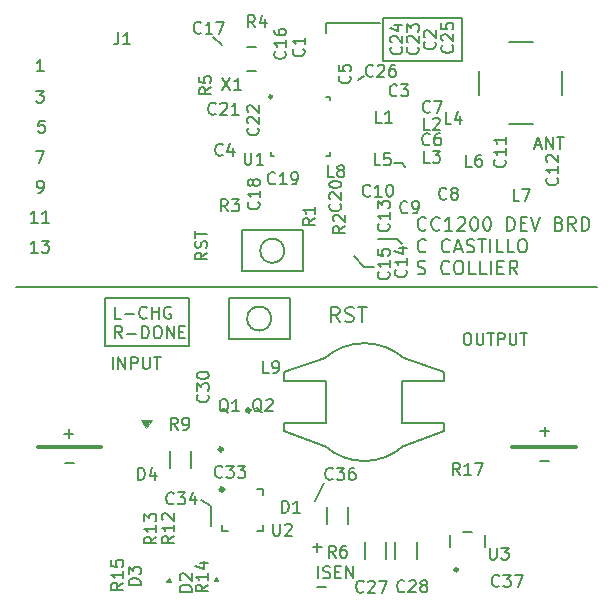
<source format=gbr>
%TF.GenerationSoftware,KiCad,Pcbnew,7.0.1*%
%TF.CreationDate,2024-01-20T12:23:47-08:00*%
%TF.ProjectId,CC1200 Dev Board,43433132-3030-4204-9465-7620426f6172,v1.0*%
%TF.SameCoordinates,PX450a6a0PY58363a0*%
%TF.FileFunction,Legend,Top*%
%TF.FilePolarity,Positive*%
%FSLAX46Y46*%
G04 Gerber Fmt 4.6, Leading zero omitted, Abs format (unit mm)*
G04 Created by KiCad (PCBNEW 7.0.1) date 2024-01-20 12:23:47*
%MOMM*%
%LPD*%
G01*
G04 APERTURE LIST*
%ADD10C,0.152400*%
%ADD11C,0.301200*%
%ADD12C,0.200000*%
%ADD13C,0.150000*%
%ADD14C,0.177800*%
%ADD15C,0.100000*%
%ADD16C,0.290000*%
%ADD17C,0.300000*%
%ADD18C,0.312488*%
%ADD19C,0.232003*%
G04 APERTURE END LIST*
D10*
X25941904Y1136387D02*
X26716000Y1136387D01*
X25591904Y4511387D02*
X26366000Y4511387D01*
X25978952Y4124340D02*
X25978952Y4898435D01*
D11*
X20300600Y16100000D02*
G75*
G03*
X20300600Y16100000I-150600J0D01*
G01*
X17950600Y12800000D02*
G75*
G03*
X17950600Y12800000I-150600J0D01*
G01*
D10*
X17152000Y47742000D02*
X17888600Y47030800D01*
X29471000Y44084400D02*
X29902800Y44414600D01*
X16110600Y8473600D02*
X16948800Y7965600D01*
X31274400Y48910400D02*
X26702400Y48910400D01*
X33128600Y30190600D02*
X32696800Y30571600D01*
X26702400Y48910400D02*
X26702400Y48021400D01*
D12*
X457200Y26517600D02*
X49631600Y26517600D01*
D10*
X25762600Y8397400D02*
X26575400Y9972200D01*
X29979000Y28260200D02*
X29115400Y29174600D01*
X31579200Y49316800D02*
X38234000Y49316800D01*
X38234000Y45684600D01*
X31579200Y45684600D01*
X31579200Y49316800D01*
X33154000Y37074000D02*
X33408000Y36693000D01*
X8008000Y25644000D02*
X15120000Y25644000D01*
X15120000Y21580000D01*
X8008000Y21580000D01*
X8008000Y25644000D01*
X32519000Y37074000D02*
X33154000Y37074000D01*
X16948800Y7965600D02*
X16948800Y6289200D01*
X32696800Y30571600D02*
X31096600Y30571600D01*
X30766400Y28260200D02*
X29979000Y28260200D01*
X9368714Y23858260D02*
X8884904Y23858260D01*
X8884904Y23858260D02*
X8884904Y24874260D01*
X9707380Y24245307D02*
X10481476Y24245307D01*
X11545857Y23955021D02*
X11497476Y23906640D01*
X11497476Y23906640D02*
X11352333Y23858260D01*
X11352333Y23858260D02*
X11255571Y23858260D01*
X11255571Y23858260D02*
X11110428Y23906640D01*
X11110428Y23906640D02*
X11013666Y24003402D01*
X11013666Y24003402D02*
X10965285Y24100164D01*
X10965285Y24100164D02*
X10916904Y24293688D01*
X10916904Y24293688D02*
X10916904Y24438831D01*
X10916904Y24438831D02*
X10965285Y24632355D01*
X10965285Y24632355D02*
X11013666Y24729117D01*
X11013666Y24729117D02*
X11110428Y24825879D01*
X11110428Y24825879D02*
X11255571Y24874260D01*
X11255571Y24874260D02*
X11352333Y24874260D01*
X11352333Y24874260D02*
X11497476Y24825879D01*
X11497476Y24825879D02*
X11545857Y24777498D01*
X11981285Y23858260D02*
X11981285Y24874260D01*
X11981285Y24390450D02*
X12561857Y24390450D01*
X12561857Y23858260D02*
X12561857Y24874260D01*
X13577857Y24825879D02*
X13481095Y24874260D01*
X13481095Y24874260D02*
X13335952Y24874260D01*
X13335952Y24874260D02*
X13190809Y24825879D01*
X13190809Y24825879D02*
X13094047Y24729117D01*
X13094047Y24729117D02*
X13045666Y24632355D01*
X13045666Y24632355D02*
X12997285Y24438831D01*
X12997285Y24438831D02*
X12997285Y24293688D01*
X12997285Y24293688D02*
X13045666Y24100164D01*
X13045666Y24100164D02*
X13094047Y24003402D01*
X13094047Y24003402D02*
X13190809Y23906640D01*
X13190809Y23906640D02*
X13335952Y23858260D01*
X13335952Y23858260D02*
X13432714Y23858260D01*
X13432714Y23858260D02*
X13577857Y23906640D01*
X13577857Y23906640D02*
X13626238Y23955021D01*
X13626238Y23955021D02*
X13626238Y24293688D01*
X13626238Y24293688D02*
X13432714Y24293688D01*
X9465476Y22212340D02*
X9126809Y22696149D01*
X8884904Y22212340D02*
X8884904Y23228340D01*
X8884904Y23228340D02*
X9271952Y23228340D01*
X9271952Y23228340D02*
X9368714Y23179959D01*
X9368714Y23179959D02*
X9417095Y23131578D01*
X9417095Y23131578D02*
X9465476Y23034816D01*
X9465476Y23034816D02*
X9465476Y22889673D01*
X9465476Y22889673D02*
X9417095Y22792911D01*
X9417095Y22792911D02*
X9368714Y22744530D01*
X9368714Y22744530D02*
X9271952Y22696149D01*
X9271952Y22696149D02*
X8884904Y22696149D01*
X9900904Y22599387D02*
X10675000Y22599387D01*
X11158809Y22212340D02*
X11158809Y23228340D01*
X11158809Y23228340D02*
X11400714Y23228340D01*
X11400714Y23228340D02*
X11545857Y23179959D01*
X11545857Y23179959D02*
X11642619Y23083197D01*
X11642619Y23083197D02*
X11691000Y22986435D01*
X11691000Y22986435D02*
X11739381Y22792911D01*
X11739381Y22792911D02*
X11739381Y22647768D01*
X11739381Y22647768D02*
X11691000Y22454244D01*
X11691000Y22454244D02*
X11642619Y22357482D01*
X11642619Y22357482D02*
X11545857Y22260720D01*
X11545857Y22260720D02*
X11400714Y22212340D01*
X11400714Y22212340D02*
X11158809Y22212340D01*
X12368333Y23228340D02*
X12561857Y23228340D01*
X12561857Y23228340D02*
X12658619Y23179959D01*
X12658619Y23179959D02*
X12755381Y23083197D01*
X12755381Y23083197D02*
X12803762Y22889673D01*
X12803762Y22889673D02*
X12803762Y22551006D01*
X12803762Y22551006D02*
X12755381Y22357482D01*
X12755381Y22357482D02*
X12658619Y22260720D01*
X12658619Y22260720D02*
X12561857Y22212340D01*
X12561857Y22212340D02*
X12368333Y22212340D01*
X12368333Y22212340D02*
X12271571Y22260720D01*
X12271571Y22260720D02*
X12174809Y22357482D01*
X12174809Y22357482D02*
X12126428Y22551006D01*
X12126428Y22551006D02*
X12126428Y22889673D01*
X12126428Y22889673D02*
X12174809Y23083197D01*
X12174809Y23083197D02*
X12271571Y23179959D01*
X12271571Y23179959D02*
X12368333Y23228340D01*
X13239190Y22212340D02*
X13239190Y23228340D01*
X13239190Y23228340D02*
X13819762Y22212340D01*
X13819762Y22212340D02*
X13819762Y23228340D01*
X14303571Y22744530D02*
X14642238Y22744530D01*
X14787381Y22212340D02*
X14303571Y22212340D01*
X14303571Y22212340D02*
X14303571Y23228340D01*
X14303571Y23228340D02*
X14787381Y23228340D01*
X4541904Y14111387D02*
X5316000Y14111387D01*
X4928952Y13724340D02*
X4928952Y14498435D01*
X2891714Y40627340D02*
X2407904Y40627340D01*
X2407904Y40627340D02*
X2359523Y40143530D01*
X2359523Y40143530D02*
X2407904Y40191911D01*
X2407904Y40191911D02*
X2504666Y40240292D01*
X2504666Y40240292D02*
X2746571Y40240292D01*
X2746571Y40240292D02*
X2843333Y40191911D01*
X2843333Y40191911D02*
X2891714Y40143530D01*
X2891714Y40143530D02*
X2940095Y40046768D01*
X2940095Y40046768D02*
X2940095Y39804863D01*
X2940095Y39804863D02*
X2891714Y39708101D01*
X2891714Y39708101D02*
X2843333Y39659720D01*
X2843333Y39659720D02*
X2746571Y39611340D01*
X2746571Y39611340D02*
X2504666Y39611340D01*
X2504666Y39611340D02*
X2407904Y39659720D01*
X2407904Y39659720D02*
X2359523Y39708101D01*
X2305095Y29451340D02*
X1724523Y29451340D01*
X2014809Y29451340D02*
X2014809Y30467340D01*
X2014809Y30467340D02*
X1918047Y30322197D01*
X1918047Y30322197D02*
X1821285Y30225435D01*
X1821285Y30225435D02*
X1724523Y30177054D01*
X2643761Y30467340D02*
X3272714Y30467340D01*
X3272714Y30467340D02*
X2934047Y30080292D01*
X2934047Y30080292D02*
X3079190Y30080292D01*
X3079190Y30080292D02*
X3175952Y30031911D01*
X3175952Y30031911D02*
X3224333Y29983530D01*
X3224333Y29983530D02*
X3272714Y29886768D01*
X3272714Y29886768D02*
X3272714Y29644863D01*
X3272714Y29644863D02*
X3224333Y29548101D01*
X3224333Y29548101D02*
X3175952Y29499720D01*
X3175952Y29499720D02*
X3079190Y29451340D01*
X3079190Y29451340D02*
X2788904Y29451340D01*
X2788904Y29451340D02*
X2692142Y29499720D01*
X2692142Y29499720D02*
X2643761Y29548101D01*
X44841904Y14311387D02*
X45616000Y14311387D01*
X45228952Y13924340D02*
X45228952Y14698435D01*
X44841904Y11811387D02*
X45616000Y11811387D01*
X2329285Y34531340D02*
X2522809Y34531340D01*
X2522809Y34531340D02*
X2619571Y34579720D01*
X2619571Y34579720D02*
X2667952Y34628101D01*
X2667952Y34628101D02*
X2764714Y34773244D01*
X2764714Y34773244D02*
X2813095Y34966768D01*
X2813095Y34966768D02*
X2813095Y35353816D01*
X2813095Y35353816D02*
X2764714Y35450578D01*
X2764714Y35450578D02*
X2716333Y35498959D01*
X2716333Y35498959D02*
X2619571Y35547340D01*
X2619571Y35547340D02*
X2426047Y35547340D01*
X2426047Y35547340D02*
X2329285Y35498959D01*
X2329285Y35498959D02*
X2280904Y35450578D01*
X2280904Y35450578D02*
X2232523Y35353816D01*
X2232523Y35353816D02*
X2232523Y35111911D01*
X2232523Y35111911D02*
X2280904Y35015149D01*
X2280904Y35015149D02*
X2329285Y34966768D01*
X2329285Y34966768D02*
X2426047Y34918387D01*
X2426047Y34918387D02*
X2619571Y34918387D01*
X2619571Y34918387D02*
X2716333Y34966768D01*
X2716333Y34966768D02*
X2764714Y35015149D01*
X2764714Y35015149D02*
X2813095Y35111911D01*
X8656304Y19596140D02*
X8656304Y20612140D01*
X9140114Y19596140D02*
X9140114Y20612140D01*
X9140114Y20612140D02*
X9720686Y19596140D01*
X9720686Y19596140D02*
X9720686Y20612140D01*
X10204495Y19596140D02*
X10204495Y20612140D01*
X10204495Y20612140D02*
X10591543Y20612140D01*
X10591543Y20612140D02*
X10688305Y20563759D01*
X10688305Y20563759D02*
X10736686Y20515378D01*
X10736686Y20515378D02*
X10785067Y20418616D01*
X10785067Y20418616D02*
X10785067Y20273473D01*
X10785067Y20273473D02*
X10736686Y20176711D01*
X10736686Y20176711D02*
X10688305Y20128330D01*
X10688305Y20128330D02*
X10591543Y20079949D01*
X10591543Y20079949D02*
X10204495Y20079949D01*
X11220495Y20612140D02*
X11220495Y19789663D01*
X11220495Y19789663D02*
X11268876Y19692901D01*
X11268876Y19692901D02*
X11317257Y19644520D01*
X11317257Y19644520D02*
X11414019Y19596140D01*
X11414019Y19596140D02*
X11607543Y19596140D01*
X11607543Y19596140D02*
X11704305Y19644520D01*
X11704305Y19644520D02*
X11752686Y19692901D01*
X11752686Y19692901D02*
X11801067Y19789663D01*
X11801067Y19789663D02*
X11801067Y20612140D01*
X12139733Y20612140D02*
X12720305Y20612140D01*
X12430019Y19596140D02*
X12430019Y20612140D01*
X26055304Y1892340D02*
X26055304Y2908340D01*
X26490733Y1940720D02*
X26635876Y1892340D01*
X26635876Y1892340D02*
X26877781Y1892340D01*
X26877781Y1892340D02*
X26974543Y1940720D01*
X26974543Y1940720D02*
X27022924Y1989101D01*
X27022924Y1989101D02*
X27071305Y2085863D01*
X27071305Y2085863D02*
X27071305Y2182625D01*
X27071305Y2182625D02*
X27022924Y2279387D01*
X27022924Y2279387D02*
X26974543Y2327768D01*
X26974543Y2327768D02*
X26877781Y2376149D01*
X26877781Y2376149D02*
X26684257Y2424530D01*
X26684257Y2424530D02*
X26587495Y2472911D01*
X26587495Y2472911D02*
X26539114Y2521292D01*
X26539114Y2521292D02*
X26490733Y2618054D01*
X26490733Y2618054D02*
X26490733Y2714816D01*
X26490733Y2714816D02*
X26539114Y2811578D01*
X26539114Y2811578D02*
X26587495Y2859959D01*
X26587495Y2859959D02*
X26684257Y2908340D01*
X26684257Y2908340D02*
X26926162Y2908340D01*
X26926162Y2908340D02*
X27071305Y2859959D01*
X27506733Y2424530D02*
X27845400Y2424530D01*
X27990543Y1892340D02*
X27506733Y1892340D01*
X27506733Y1892340D02*
X27506733Y2908340D01*
X27506733Y2908340D02*
X27990543Y2908340D01*
X28425971Y1892340D02*
X28425971Y2908340D01*
X28425971Y2908340D02*
X29006543Y1892340D01*
X29006543Y1892340D02*
X29006543Y2908340D01*
X2184142Y38087340D02*
X2861476Y38087340D01*
X2861476Y38087340D02*
X2426047Y37071340D01*
X2184142Y43167340D02*
X2813095Y43167340D01*
X2813095Y43167340D02*
X2474428Y42780292D01*
X2474428Y42780292D02*
X2619571Y42780292D01*
X2619571Y42780292D02*
X2716333Y42731911D01*
X2716333Y42731911D02*
X2764714Y42683530D01*
X2764714Y42683530D02*
X2813095Y42586768D01*
X2813095Y42586768D02*
X2813095Y42344863D01*
X2813095Y42344863D02*
X2764714Y42248101D01*
X2764714Y42248101D02*
X2716333Y42199720D01*
X2716333Y42199720D02*
X2619571Y42151340D01*
X2619571Y42151340D02*
X2329285Y42151340D01*
X2329285Y42151340D02*
X2232523Y42199720D01*
X2232523Y42199720D02*
X2184142Y42248101D01*
X4641904Y11611387D02*
X5416000Y11611387D01*
D13*
X38611771Y22626181D02*
X38802247Y22626181D01*
X38802247Y22626181D02*
X38897485Y22578562D01*
X38897485Y22578562D02*
X38992723Y22483324D01*
X38992723Y22483324D02*
X39040342Y22292848D01*
X39040342Y22292848D02*
X39040342Y21959515D01*
X39040342Y21959515D02*
X38992723Y21769039D01*
X38992723Y21769039D02*
X38897485Y21673800D01*
X38897485Y21673800D02*
X38802247Y21626181D01*
X38802247Y21626181D02*
X38611771Y21626181D01*
X38611771Y21626181D02*
X38516533Y21673800D01*
X38516533Y21673800D02*
X38421295Y21769039D01*
X38421295Y21769039D02*
X38373676Y21959515D01*
X38373676Y21959515D02*
X38373676Y22292848D01*
X38373676Y22292848D02*
X38421295Y22483324D01*
X38421295Y22483324D02*
X38516533Y22578562D01*
X38516533Y22578562D02*
X38611771Y22626181D01*
X39468914Y22626181D02*
X39468914Y21816658D01*
X39468914Y21816658D02*
X39516533Y21721420D01*
X39516533Y21721420D02*
X39564152Y21673800D01*
X39564152Y21673800D02*
X39659390Y21626181D01*
X39659390Y21626181D02*
X39849866Y21626181D01*
X39849866Y21626181D02*
X39945104Y21673800D01*
X39945104Y21673800D02*
X39992723Y21721420D01*
X39992723Y21721420D02*
X40040342Y21816658D01*
X40040342Y21816658D02*
X40040342Y22626181D01*
X40373676Y22626181D02*
X40945104Y22626181D01*
X40659390Y21626181D02*
X40659390Y22626181D01*
X41278438Y21626181D02*
X41278438Y22626181D01*
X41278438Y22626181D02*
X41659390Y22626181D01*
X41659390Y22626181D02*
X41754628Y22578562D01*
X41754628Y22578562D02*
X41802247Y22530943D01*
X41802247Y22530943D02*
X41849866Y22435705D01*
X41849866Y22435705D02*
X41849866Y22292848D01*
X41849866Y22292848D02*
X41802247Y22197610D01*
X41802247Y22197610D02*
X41754628Y22149991D01*
X41754628Y22149991D02*
X41659390Y22102372D01*
X41659390Y22102372D02*
X41278438Y22102372D01*
X42278438Y22626181D02*
X42278438Y21816658D01*
X42278438Y21816658D02*
X42326057Y21721420D01*
X42326057Y21721420D02*
X42373676Y21673800D01*
X42373676Y21673800D02*
X42468914Y21626181D01*
X42468914Y21626181D02*
X42659390Y21626181D01*
X42659390Y21626181D02*
X42754628Y21673800D01*
X42754628Y21673800D02*
X42802247Y21721420D01*
X42802247Y21721420D02*
X42849866Y21816658D01*
X42849866Y21816658D02*
X42849866Y22626181D01*
X43183200Y22626181D02*
X43754628Y22626181D01*
X43468914Y21626181D02*
X43468914Y22626181D01*
D10*
X2305095Y31991340D02*
X1724523Y31991340D01*
X2014809Y31991340D02*
X2014809Y33007340D01*
X2014809Y33007340D02*
X1918047Y32862197D01*
X1918047Y32862197D02*
X1821285Y32765435D01*
X1821285Y32765435D02*
X1724523Y32717054D01*
X3272714Y31991340D02*
X2692142Y31991340D01*
X2982428Y31991340D02*
X2982428Y33007340D01*
X2982428Y33007340D02*
X2885666Y32862197D01*
X2885666Y32862197D02*
X2788904Y32765435D01*
X2788904Y32765435D02*
X2692142Y32717054D01*
X35196885Y31424859D02*
X35142457Y31370430D01*
X35142457Y31370430D02*
X34979171Y31316002D01*
X34979171Y31316002D02*
X34870314Y31316002D01*
X34870314Y31316002D02*
X34707028Y31370430D01*
X34707028Y31370430D02*
X34598171Y31479288D01*
X34598171Y31479288D02*
X34543742Y31588145D01*
X34543742Y31588145D02*
X34489314Y31805859D01*
X34489314Y31805859D02*
X34489314Y31969145D01*
X34489314Y31969145D02*
X34543742Y32186859D01*
X34543742Y32186859D02*
X34598171Y32295716D01*
X34598171Y32295716D02*
X34707028Y32404573D01*
X34707028Y32404573D02*
X34870314Y32459002D01*
X34870314Y32459002D02*
X34979171Y32459002D01*
X34979171Y32459002D02*
X35142457Y32404573D01*
X35142457Y32404573D02*
X35196885Y32350145D01*
X36339885Y31424859D02*
X36285457Y31370430D01*
X36285457Y31370430D02*
X36122171Y31316002D01*
X36122171Y31316002D02*
X36013314Y31316002D01*
X36013314Y31316002D02*
X35850028Y31370430D01*
X35850028Y31370430D02*
X35741171Y31479288D01*
X35741171Y31479288D02*
X35686742Y31588145D01*
X35686742Y31588145D02*
X35632314Y31805859D01*
X35632314Y31805859D02*
X35632314Y31969145D01*
X35632314Y31969145D02*
X35686742Y32186859D01*
X35686742Y32186859D02*
X35741171Y32295716D01*
X35741171Y32295716D02*
X35850028Y32404573D01*
X35850028Y32404573D02*
X36013314Y32459002D01*
X36013314Y32459002D02*
X36122171Y32459002D01*
X36122171Y32459002D02*
X36285457Y32404573D01*
X36285457Y32404573D02*
X36339885Y32350145D01*
X37428457Y31316002D02*
X36775314Y31316002D01*
X37101885Y31316002D02*
X37101885Y32459002D01*
X37101885Y32459002D02*
X36993028Y32295716D01*
X36993028Y32295716D02*
X36884171Y32186859D01*
X36884171Y32186859D02*
X36775314Y32132430D01*
X37863885Y32350145D02*
X37918313Y32404573D01*
X37918313Y32404573D02*
X38027171Y32459002D01*
X38027171Y32459002D02*
X38299313Y32459002D01*
X38299313Y32459002D02*
X38408171Y32404573D01*
X38408171Y32404573D02*
X38462599Y32350145D01*
X38462599Y32350145D02*
X38517028Y32241288D01*
X38517028Y32241288D02*
X38517028Y32132430D01*
X38517028Y32132430D02*
X38462599Y31969145D01*
X38462599Y31969145D02*
X37809456Y31316002D01*
X37809456Y31316002D02*
X38517028Y31316002D01*
X39224599Y32459002D02*
X39333456Y32459002D01*
X39333456Y32459002D02*
X39442313Y32404573D01*
X39442313Y32404573D02*
X39496742Y32350145D01*
X39496742Y32350145D02*
X39551170Y32241288D01*
X39551170Y32241288D02*
X39605599Y32023573D01*
X39605599Y32023573D02*
X39605599Y31751430D01*
X39605599Y31751430D02*
X39551170Y31533716D01*
X39551170Y31533716D02*
X39496742Y31424859D01*
X39496742Y31424859D02*
X39442313Y31370430D01*
X39442313Y31370430D02*
X39333456Y31316002D01*
X39333456Y31316002D02*
X39224599Y31316002D01*
X39224599Y31316002D02*
X39115742Y31370430D01*
X39115742Y31370430D02*
X39061313Y31424859D01*
X39061313Y31424859D02*
X39006884Y31533716D01*
X39006884Y31533716D02*
X38952456Y31751430D01*
X38952456Y31751430D02*
X38952456Y32023573D01*
X38952456Y32023573D02*
X39006884Y32241288D01*
X39006884Y32241288D02*
X39061313Y32350145D01*
X39061313Y32350145D02*
X39115742Y32404573D01*
X39115742Y32404573D02*
X39224599Y32459002D01*
X40313170Y32459002D02*
X40422027Y32459002D01*
X40422027Y32459002D02*
X40530884Y32404573D01*
X40530884Y32404573D02*
X40585313Y32350145D01*
X40585313Y32350145D02*
X40639741Y32241288D01*
X40639741Y32241288D02*
X40694170Y32023573D01*
X40694170Y32023573D02*
X40694170Y31751430D01*
X40694170Y31751430D02*
X40639741Y31533716D01*
X40639741Y31533716D02*
X40585313Y31424859D01*
X40585313Y31424859D02*
X40530884Y31370430D01*
X40530884Y31370430D02*
X40422027Y31316002D01*
X40422027Y31316002D02*
X40313170Y31316002D01*
X40313170Y31316002D02*
X40204313Y31370430D01*
X40204313Y31370430D02*
X40149884Y31424859D01*
X40149884Y31424859D02*
X40095455Y31533716D01*
X40095455Y31533716D02*
X40041027Y31751430D01*
X40041027Y31751430D02*
X40041027Y32023573D01*
X40041027Y32023573D02*
X40095455Y32241288D01*
X40095455Y32241288D02*
X40149884Y32350145D01*
X40149884Y32350145D02*
X40204313Y32404573D01*
X40204313Y32404573D02*
X40313170Y32459002D01*
X42054883Y31316002D02*
X42054883Y32459002D01*
X42054883Y32459002D02*
X42327026Y32459002D01*
X42327026Y32459002D02*
X42490312Y32404573D01*
X42490312Y32404573D02*
X42599169Y32295716D01*
X42599169Y32295716D02*
X42653598Y32186859D01*
X42653598Y32186859D02*
X42708026Y31969145D01*
X42708026Y31969145D02*
X42708026Y31805859D01*
X42708026Y31805859D02*
X42653598Y31588145D01*
X42653598Y31588145D02*
X42599169Y31479288D01*
X42599169Y31479288D02*
X42490312Y31370430D01*
X42490312Y31370430D02*
X42327026Y31316002D01*
X42327026Y31316002D02*
X42054883Y31316002D01*
X43197883Y31914716D02*
X43578883Y31914716D01*
X43742169Y31316002D02*
X43197883Y31316002D01*
X43197883Y31316002D02*
X43197883Y32459002D01*
X43197883Y32459002D02*
X43742169Y32459002D01*
X44068741Y32459002D02*
X44449741Y31316002D01*
X44449741Y31316002D02*
X44830741Y32459002D01*
X46463597Y31914716D02*
X46626883Y31860288D01*
X46626883Y31860288D02*
X46681312Y31805859D01*
X46681312Y31805859D02*
X46735740Y31697002D01*
X46735740Y31697002D02*
X46735740Y31533716D01*
X46735740Y31533716D02*
X46681312Y31424859D01*
X46681312Y31424859D02*
X46626883Y31370430D01*
X46626883Y31370430D02*
X46518026Y31316002D01*
X46518026Y31316002D02*
X46082597Y31316002D01*
X46082597Y31316002D02*
X46082597Y32459002D01*
X46082597Y32459002D02*
X46463597Y32459002D01*
X46463597Y32459002D02*
X46572455Y32404573D01*
X46572455Y32404573D02*
X46626883Y32350145D01*
X46626883Y32350145D02*
X46681312Y32241288D01*
X46681312Y32241288D02*
X46681312Y32132430D01*
X46681312Y32132430D02*
X46626883Y32023573D01*
X46626883Y32023573D02*
X46572455Y31969145D01*
X46572455Y31969145D02*
X46463597Y31914716D01*
X46463597Y31914716D02*
X46082597Y31914716D01*
X47878740Y31316002D02*
X47497740Y31860288D01*
X47225597Y31316002D02*
X47225597Y32459002D01*
X47225597Y32459002D02*
X47661026Y32459002D01*
X47661026Y32459002D02*
X47769883Y32404573D01*
X47769883Y32404573D02*
X47824312Y32350145D01*
X47824312Y32350145D02*
X47878740Y32241288D01*
X47878740Y32241288D02*
X47878740Y32078002D01*
X47878740Y32078002D02*
X47824312Y31969145D01*
X47824312Y31969145D02*
X47769883Y31914716D01*
X47769883Y31914716D02*
X47661026Y31860288D01*
X47661026Y31860288D02*
X47225597Y31860288D01*
X48368597Y31316002D02*
X48368597Y32459002D01*
X48368597Y32459002D02*
X48640740Y32459002D01*
X48640740Y32459002D02*
X48804026Y32404573D01*
X48804026Y32404573D02*
X48912883Y32295716D01*
X48912883Y32295716D02*
X48967312Y32186859D01*
X48967312Y32186859D02*
X49021740Y31969145D01*
X49021740Y31969145D02*
X49021740Y31805859D01*
X49021740Y31805859D02*
X48967312Y31588145D01*
X48967312Y31588145D02*
X48912883Y31479288D01*
X48912883Y31479288D02*
X48804026Y31370430D01*
X48804026Y31370430D02*
X48640740Y31316002D01*
X48640740Y31316002D02*
X48368597Y31316002D01*
X35196885Y29573199D02*
X35142457Y29518770D01*
X35142457Y29518770D02*
X34979171Y29464342D01*
X34979171Y29464342D02*
X34870314Y29464342D01*
X34870314Y29464342D02*
X34707028Y29518770D01*
X34707028Y29518770D02*
X34598171Y29627628D01*
X34598171Y29627628D02*
X34543742Y29736485D01*
X34543742Y29736485D02*
X34489314Y29954199D01*
X34489314Y29954199D02*
X34489314Y30117485D01*
X34489314Y30117485D02*
X34543742Y30335199D01*
X34543742Y30335199D02*
X34598171Y30444056D01*
X34598171Y30444056D02*
X34707028Y30552913D01*
X34707028Y30552913D02*
X34870314Y30607342D01*
X34870314Y30607342D02*
X34979171Y30607342D01*
X34979171Y30607342D02*
X35142457Y30552913D01*
X35142457Y30552913D02*
X35196885Y30498485D01*
X37210742Y29573199D02*
X37156314Y29518770D01*
X37156314Y29518770D02*
X36993028Y29464342D01*
X36993028Y29464342D02*
X36884171Y29464342D01*
X36884171Y29464342D02*
X36720885Y29518770D01*
X36720885Y29518770D02*
X36612028Y29627628D01*
X36612028Y29627628D02*
X36557599Y29736485D01*
X36557599Y29736485D02*
X36503171Y29954199D01*
X36503171Y29954199D02*
X36503171Y30117485D01*
X36503171Y30117485D02*
X36557599Y30335199D01*
X36557599Y30335199D02*
X36612028Y30444056D01*
X36612028Y30444056D02*
X36720885Y30552913D01*
X36720885Y30552913D02*
X36884171Y30607342D01*
X36884171Y30607342D02*
X36993028Y30607342D01*
X36993028Y30607342D02*
X37156314Y30552913D01*
X37156314Y30552913D02*
X37210742Y30498485D01*
X37646171Y29790913D02*
X38190457Y29790913D01*
X37537314Y29464342D02*
X37918314Y30607342D01*
X37918314Y30607342D02*
X38299314Y29464342D01*
X38625885Y29518770D02*
X38789171Y29464342D01*
X38789171Y29464342D02*
X39061313Y29464342D01*
X39061313Y29464342D02*
X39170171Y29518770D01*
X39170171Y29518770D02*
X39224599Y29573199D01*
X39224599Y29573199D02*
X39279028Y29682056D01*
X39279028Y29682056D02*
X39279028Y29790913D01*
X39279028Y29790913D02*
X39224599Y29899770D01*
X39224599Y29899770D02*
X39170171Y29954199D01*
X39170171Y29954199D02*
X39061313Y30008628D01*
X39061313Y30008628D02*
X38843599Y30063056D01*
X38843599Y30063056D02*
X38734742Y30117485D01*
X38734742Y30117485D02*
X38680313Y30171913D01*
X38680313Y30171913D02*
X38625885Y30280770D01*
X38625885Y30280770D02*
X38625885Y30389628D01*
X38625885Y30389628D02*
X38680313Y30498485D01*
X38680313Y30498485D02*
X38734742Y30552913D01*
X38734742Y30552913D02*
X38843599Y30607342D01*
X38843599Y30607342D02*
X39115742Y30607342D01*
X39115742Y30607342D02*
X39279028Y30552913D01*
X39605599Y30607342D02*
X40258742Y30607342D01*
X39932170Y29464342D02*
X39932170Y30607342D01*
X40639741Y29464342D02*
X40639741Y30607342D01*
X41728313Y29464342D02*
X41184027Y29464342D01*
X41184027Y29464342D02*
X41184027Y30607342D01*
X42653599Y29464342D02*
X42109313Y29464342D01*
X42109313Y29464342D02*
X42109313Y30607342D01*
X43252314Y30607342D02*
X43470028Y30607342D01*
X43470028Y30607342D02*
X43578885Y30552913D01*
X43578885Y30552913D02*
X43687742Y30444056D01*
X43687742Y30444056D02*
X43742171Y30226342D01*
X43742171Y30226342D02*
X43742171Y29845342D01*
X43742171Y29845342D02*
X43687742Y29627628D01*
X43687742Y29627628D02*
X43578885Y29518770D01*
X43578885Y29518770D02*
X43470028Y29464342D01*
X43470028Y29464342D02*
X43252314Y29464342D01*
X43252314Y29464342D02*
X43143457Y29518770D01*
X43143457Y29518770D02*
X43034599Y29627628D01*
X43034599Y29627628D02*
X42980171Y29845342D01*
X42980171Y29845342D02*
X42980171Y30226342D01*
X42980171Y30226342D02*
X43034599Y30444056D01*
X43034599Y30444056D02*
X43143457Y30552913D01*
X43143457Y30552913D02*
X43252314Y30607342D01*
X34489314Y27667110D02*
X34652600Y27612682D01*
X34652600Y27612682D02*
X34924742Y27612682D01*
X34924742Y27612682D02*
X35033600Y27667110D01*
X35033600Y27667110D02*
X35088028Y27721539D01*
X35088028Y27721539D02*
X35142457Y27830396D01*
X35142457Y27830396D02*
X35142457Y27939253D01*
X35142457Y27939253D02*
X35088028Y28048110D01*
X35088028Y28048110D02*
X35033600Y28102539D01*
X35033600Y28102539D02*
X34924742Y28156968D01*
X34924742Y28156968D02*
X34707028Y28211396D01*
X34707028Y28211396D02*
X34598171Y28265825D01*
X34598171Y28265825D02*
X34543742Y28320253D01*
X34543742Y28320253D02*
X34489314Y28429110D01*
X34489314Y28429110D02*
X34489314Y28537968D01*
X34489314Y28537968D02*
X34543742Y28646825D01*
X34543742Y28646825D02*
X34598171Y28701253D01*
X34598171Y28701253D02*
X34707028Y28755682D01*
X34707028Y28755682D02*
X34979171Y28755682D01*
X34979171Y28755682D02*
X35142457Y28701253D01*
X37156313Y27721539D02*
X37101885Y27667110D01*
X37101885Y27667110D02*
X36938599Y27612682D01*
X36938599Y27612682D02*
X36829742Y27612682D01*
X36829742Y27612682D02*
X36666456Y27667110D01*
X36666456Y27667110D02*
X36557599Y27775968D01*
X36557599Y27775968D02*
X36503170Y27884825D01*
X36503170Y27884825D02*
X36448742Y28102539D01*
X36448742Y28102539D02*
X36448742Y28265825D01*
X36448742Y28265825D02*
X36503170Y28483539D01*
X36503170Y28483539D02*
X36557599Y28592396D01*
X36557599Y28592396D02*
X36666456Y28701253D01*
X36666456Y28701253D02*
X36829742Y28755682D01*
X36829742Y28755682D02*
X36938599Y28755682D01*
X36938599Y28755682D02*
X37101885Y28701253D01*
X37101885Y28701253D02*
X37156313Y28646825D01*
X37863885Y28755682D02*
X38081599Y28755682D01*
X38081599Y28755682D02*
X38190456Y28701253D01*
X38190456Y28701253D02*
X38299313Y28592396D01*
X38299313Y28592396D02*
X38353742Y28374682D01*
X38353742Y28374682D02*
X38353742Y27993682D01*
X38353742Y27993682D02*
X38299313Y27775968D01*
X38299313Y27775968D02*
X38190456Y27667110D01*
X38190456Y27667110D02*
X38081599Y27612682D01*
X38081599Y27612682D02*
X37863885Y27612682D01*
X37863885Y27612682D02*
X37755028Y27667110D01*
X37755028Y27667110D02*
X37646170Y27775968D01*
X37646170Y27775968D02*
X37591742Y27993682D01*
X37591742Y27993682D02*
X37591742Y28374682D01*
X37591742Y28374682D02*
X37646170Y28592396D01*
X37646170Y28592396D02*
X37755028Y28701253D01*
X37755028Y28701253D02*
X37863885Y28755682D01*
X39387885Y27612682D02*
X38843599Y27612682D01*
X38843599Y27612682D02*
X38843599Y28755682D01*
X40313171Y27612682D02*
X39768885Y27612682D01*
X39768885Y27612682D02*
X39768885Y28755682D01*
X40694171Y27612682D02*
X40694171Y28755682D01*
X41238457Y28211396D02*
X41619457Y28211396D01*
X41782743Y27612682D02*
X41238457Y27612682D01*
X41238457Y27612682D02*
X41238457Y28755682D01*
X41238457Y28755682D02*
X41782743Y28755682D01*
X42925743Y27612682D02*
X42544743Y28156968D01*
X42272600Y27612682D02*
X42272600Y28755682D01*
X42272600Y28755682D02*
X42708029Y28755682D01*
X42708029Y28755682D02*
X42816886Y28701253D01*
X42816886Y28701253D02*
X42871315Y28646825D01*
X42871315Y28646825D02*
X42925743Y28537968D01*
X42925743Y28537968D02*
X42925743Y28374682D01*
X42925743Y28374682D02*
X42871315Y28265825D01*
X42871315Y28265825D02*
X42816886Y28211396D01*
X42816886Y28211396D02*
X42708029Y28156968D01*
X42708029Y28156968D02*
X42272600Y28156968D01*
X2813095Y44818340D02*
X2232523Y44818340D01*
X2522809Y44818340D02*
X2522809Y45834340D01*
X2522809Y45834340D02*
X2426047Y45689197D01*
X2426047Y45689197D02*
X2329285Y45592435D01*
X2329285Y45592435D02*
X2232523Y45544054D01*
%TO.C,Q1*%
X18453238Y15908218D02*
X18356476Y15956599D01*
X18356476Y15956599D02*
X18259714Y16053360D01*
X18259714Y16053360D02*
X18114571Y16198503D01*
X18114571Y16198503D02*
X18017809Y16246884D01*
X18017809Y16246884D02*
X17921047Y16246884D01*
X17969428Y16004980D02*
X17872666Y16053360D01*
X17872666Y16053360D02*
X17775904Y16150122D01*
X17775904Y16150122D02*
X17727523Y16343646D01*
X17727523Y16343646D02*
X17727523Y16682313D01*
X17727523Y16682313D02*
X17775904Y16875837D01*
X17775904Y16875837D02*
X17872666Y16972599D01*
X17872666Y16972599D02*
X17969428Y17020980D01*
X17969428Y17020980D02*
X18162952Y17020980D01*
X18162952Y17020980D02*
X18259714Y16972599D01*
X18259714Y16972599D02*
X18356476Y16875837D01*
X18356476Y16875837D02*
X18404857Y16682313D01*
X18404857Y16682313D02*
X18404857Y16343646D01*
X18404857Y16343646D02*
X18356476Y16150122D01*
X18356476Y16150122D02*
X18259714Y16053360D01*
X18259714Y16053360D02*
X18162952Y16004980D01*
X18162952Y16004980D02*
X17969428Y16004980D01*
X19372476Y16004980D02*
X18791904Y16004980D01*
X19082190Y16004980D02*
X19082190Y17020980D01*
X19082190Y17020980D02*
X18985428Y16875837D01*
X18985428Y16875837D02*
X18888666Y16779075D01*
X18888666Y16779075D02*
X18791904Y16730694D01*
%TO.C,Q2*%
X21303238Y15933218D02*
X21206476Y15981599D01*
X21206476Y15981599D02*
X21109714Y16078360D01*
X21109714Y16078360D02*
X20964571Y16223503D01*
X20964571Y16223503D02*
X20867809Y16271884D01*
X20867809Y16271884D02*
X20771047Y16271884D01*
X20819428Y16029980D02*
X20722666Y16078360D01*
X20722666Y16078360D02*
X20625904Y16175122D01*
X20625904Y16175122D02*
X20577523Y16368646D01*
X20577523Y16368646D02*
X20577523Y16707313D01*
X20577523Y16707313D02*
X20625904Y16900837D01*
X20625904Y16900837D02*
X20722666Y16997599D01*
X20722666Y16997599D02*
X20819428Y17045980D01*
X20819428Y17045980D02*
X21012952Y17045980D01*
X21012952Y17045980D02*
X21109714Y16997599D01*
X21109714Y16997599D02*
X21206476Y16900837D01*
X21206476Y16900837D02*
X21254857Y16707313D01*
X21254857Y16707313D02*
X21254857Y16368646D01*
X21254857Y16368646D02*
X21206476Y16175122D01*
X21206476Y16175122D02*
X21109714Y16078360D01*
X21109714Y16078360D02*
X21012952Y16029980D01*
X21012952Y16029980D02*
X20819428Y16029980D01*
X21641904Y16949218D02*
X21690285Y16997599D01*
X21690285Y16997599D02*
X21787047Y17045980D01*
X21787047Y17045980D02*
X22028952Y17045980D01*
X22028952Y17045980D02*
X22125714Y16997599D01*
X22125714Y16997599D02*
X22174095Y16949218D01*
X22174095Y16949218D02*
X22222476Y16852456D01*
X22222476Y16852456D02*
X22222476Y16755694D01*
X22222476Y16755694D02*
X22174095Y16610551D01*
X22174095Y16610551D02*
X21593523Y16029980D01*
X21593523Y16029980D02*
X22222476Y16029980D01*
%TO.C,R13*%
X12364220Y5407458D02*
X11880411Y5068791D01*
X12364220Y4826886D02*
X11348220Y4826886D01*
X11348220Y4826886D02*
X11348220Y5213934D01*
X11348220Y5213934D02*
X11396601Y5310696D01*
X11396601Y5310696D02*
X11444982Y5359077D01*
X11444982Y5359077D02*
X11541744Y5407458D01*
X11541744Y5407458D02*
X11686887Y5407458D01*
X11686887Y5407458D02*
X11783649Y5359077D01*
X11783649Y5359077D02*
X11832030Y5310696D01*
X11832030Y5310696D02*
X11880411Y5213934D01*
X11880411Y5213934D02*
X11880411Y4826886D01*
X12364220Y6375077D02*
X12364220Y5794505D01*
X12364220Y6084791D02*
X11348220Y6084791D01*
X11348220Y6084791D02*
X11493363Y5988029D01*
X11493363Y5988029D02*
X11590125Y5891267D01*
X11590125Y5891267D02*
X11638506Y5794505D01*
X11348220Y6713743D02*
X11348220Y7342696D01*
X11348220Y7342696D02*
X11735268Y7004029D01*
X11735268Y7004029D02*
X11735268Y7149172D01*
X11735268Y7149172D02*
X11783649Y7245934D01*
X11783649Y7245934D02*
X11832030Y7294315D01*
X11832030Y7294315D02*
X11928792Y7342696D01*
X11928792Y7342696D02*
X12170697Y7342696D01*
X12170697Y7342696D02*
X12267459Y7294315D01*
X12267459Y7294315D02*
X12315840Y7245934D01*
X12315840Y7245934D02*
X12364220Y7149172D01*
X12364220Y7149172D02*
X12364220Y6858886D01*
X12364220Y6858886D02*
X12315840Y6762124D01*
X12315840Y6762124D02*
X12267459Y6713743D01*
%TO.C,R4*%
X20716467Y48516580D02*
X20377800Y49000389D01*
X20135895Y48516580D02*
X20135895Y49532580D01*
X20135895Y49532580D02*
X20522943Y49532580D01*
X20522943Y49532580D02*
X20619705Y49484199D01*
X20619705Y49484199D02*
X20668086Y49435818D01*
X20668086Y49435818D02*
X20716467Y49339056D01*
X20716467Y49339056D02*
X20716467Y49193913D01*
X20716467Y49193913D02*
X20668086Y49097151D01*
X20668086Y49097151D02*
X20619705Y49048770D01*
X20619705Y49048770D02*
X20522943Y49000389D01*
X20522943Y49000389D02*
X20135895Y49000389D01*
X21587324Y49193913D02*
X21587324Y48516580D01*
X21345419Y49580960D02*
X21103514Y48855246D01*
X21103514Y48855246D02*
X21732467Y48855246D01*
%TO.C,C33*%
X17946657Y10487941D02*
X17898276Y10439560D01*
X17898276Y10439560D02*
X17753133Y10391180D01*
X17753133Y10391180D02*
X17656371Y10391180D01*
X17656371Y10391180D02*
X17511228Y10439560D01*
X17511228Y10439560D02*
X17414466Y10536322D01*
X17414466Y10536322D02*
X17366085Y10633084D01*
X17366085Y10633084D02*
X17317704Y10826608D01*
X17317704Y10826608D02*
X17317704Y10971751D01*
X17317704Y10971751D02*
X17366085Y11165275D01*
X17366085Y11165275D02*
X17414466Y11262037D01*
X17414466Y11262037D02*
X17511228Y11358799D01*
X17511228Y11358799D02*
X17656371Y11407180D01*
X17656371Y11407180D02*
X17753133Y11407180D01*
X17753133Y11407180D02*
X17898276Y11358799D01*
X17898276Y11358799D02*
X17946657Y11310418D01*
X18285323Y11407180D02*
X18914276Y11407180D01*
X18914276Y11407180D02*
X18575609Y11020132D01*
X18575609Y11020132D02*
X18720752Y11020132D01*
X18720752Y11020132D02*
X18817514Y10971751D01*
X18817514Y10971751D02*
X18865895Y10923370D01*
X18865895Y10923370D02*
X18914276Y10826608D01*
X18914276Y10826608D02*
X18914276Y10584703D01*
X18914276Y10584703D02*
X18865895Y10487941D01*
X18865895Y10487941D02*
X18817514Y10439560D01*
X18817514Y10439560D02*
X18720752Y10391180D01*
X18720752Y10391180D02*
X18430466Y10391180D01*
X18430466Y10391180D02*
X18333704Y10439560D01*
X18333704Y10439560D02*
X18285323Y10487941D01*
X19252942Y11407180D02*
X19881895Y11407180D01*
X19881895Y11407180D02*
X19543228Y11020132D01*
X19543228Y11020132D02*
X19688371Y11020132D01*
X19688371Y11020132D02*
X19785133Y10971751D01*
X19785133Y10971751D02*
X19833514Y10923370D01*
X19833514Y10923370D02*
X19881895Y10826608D01*
X19881895Y10826608D02*
X19881895Y10584703D01*
X19881895Y10584703D02*
X19833514Y10487941D01*
X19833514Y10487941D02*
X19785133Y10439560D01*
X19785133Y10439560D02*
X19688371Y10391180D01*
X19688371Y10391180D02*
X19398085Y10391180D01*
X19398085Y10391180D02*
X19301323Y10439560D01*
X19301323Y10439560D02*
X19252942Y10487941D01*
%TO.C,D4*%
X10814095Y10213380D02*
X10814095Y11229380D01*
X10814095Y11229380D02*
X11056000Y11229380D01*
X11056000Y11229380D02*
X11201143Y11180999D01*
X11201143Y11180999D02*
X11297905Y11084237D01*
X11297905Y11084237D02*
X11346286Y10987475D01*
X11346286Y10987475D02*
X11394667Y10793951D01*
X11394667Y10793951D02*
X11394667Y10648808D01*
X11394667Y10648808D02*
X11346286Y10455284D01*
X11346286Y10455284D02*
X11297905Y10358522D01*
X11297905Y10358522D02*
X11201143Y10261760D01*
X11201143Y10261760D02*
X11056000Y10213380D01*
X11056000Y10213380D02*
X10814095Y10213380D01*
X12265524Y10890713D02*
X12265524Y10213380D01*
X12023619Y11277760D02*
X11781714Y10552046D01*
X11781714Y10552046D02*
X12410667Y10552046D01*
%TO.C,R3*%
X18405067Y32946380D02*
X18066400Y33430189D01*
X17824495Y32946380D02*
X17824495Y33962380D01*
X17824495Y33962380D02*
X18211543Y33962380D01*
X18211543Y33962380D02*
X18308305Y33913999D01*
X18308305Y33913999D02*
X18356686Y33865618D01*
X18356686Y33865618D02*
X18405067Y33768856D01*
X18405067Y33768856D02*
X18405067Y33623713D01*
X18405067Y33623713D02*
X18356686Y33526951D01*
X18356686Y33526951D02*
X18308305Y33478570D01*
X18308305Y33478570D02*
X18211543Y33430189D01*
X18211543Y33430189D02*
X17824495Y33430189D01*
X18743733Y33962380D02*
X19372686Y33962380D01*
X19372686Y33962380D02*
X19034019Y33575332D01*
X19034019Y33575332D02*
X19179162Y33575332D01*
X19179162Y33575332D02*
X19275924Y33526951D01*
X19275924Y33526951D02*
X19324305Y33478570D01*
X19324305Y33478570D02*
X19372686Y33381808D01*
X19372686Y33381808D02*
X19372686Y33139903D01*
X19372686Y33139903D02*
X19324305Y33043141D01*
X19324305Y33043141D02*
X19275924Y32994760D01*
X19275924Y32994760D02*
X19179162Y32946380D01*
X19179162Y32946380D02*
X18888876Y32946380D01*
X18888876Y32946380D02*
X18792114Y32994760D01*
X18792114Y32994760D02*
X18743733Y33043141D01*
%TO.C,C30*%
X16712459Y17421658D02*
X16760840Y17373277D01*
X16760840Y17373277D02*
X16809220Y17228134D01*
X16809220Y17228134D02*
X16809220Y17131372D01*
X16809220Y17131372D02*
X16760840Y16986229D01*
X16760840Y16986229D02*
X16664078Y16889467D01*
X16664078Y16889467D02*
X16567316Y16841086D01*
X16567316Y16841086D02*
X16373792Y16792705D01*
X16373792Y16792705D02*
X16228649Y16792705D01*
X16228649Y16792705D02*
X16035125Y16841086D01*
X16035125Y16841086D02*
X15938363Y16889467D01*
X15938363Y16889467D02*
X15841601Y16986229D01*
X15841601Y16986229D02*
X15793220Y17131372D01*
X15793220Y17131372D02*
X15793220Y17228134D01*
X15793220Y17228134D02*
X15841601Y17373277D01*
X15841601Y17373277D02*
X15889982Y17421658D01*
X15793220Y17760324D02*
X15793220Y18389277D01*
X15793220Y18389277D02*
X16180268Y18050610D01*
X16180268Y18050610D02*
X16180268Y18195753D01*
X16180268Y18195753D02*
X16228649Y18292515D01*
X16228649Y18292515D02*
X16277030Y18340896D01*
X16277030Y18340896D02*
X16373792Y18389277D01*
X16373792Y18389277D02*
X16615697Y18389277D01*
X16615697Y18389277D02*
X16712459Y18340896D01*
X16712459Y18340896D02*
X16760840Y18292515D01*
X16760840Y18292515D02*
X16809220Y18195753D01*
X16809220Y18195753D02*
X16809220Y17905467D01*
X16809220Y17905467D02*
X16760840Y17808705D01*
X16760840Y17808705D02*
X16712459Y17760324D01*
X15793220Y19018229D02*
X15793220Y19114991D01*
X15793220Y19114991D02*
X15841601Y19211753D01*
X15841601Y19211753D02*
X15889982Y19260134D01*
X15889982Y19260134D02*
X15986744Y19308515D01*
X15986744Y19308515D02*
X16180268Y19356896D01*
X16180268Y19356896D02*
X16422173Y19356896D01*
X16422173Y19356896D02*
X16615697Y19308515D01*
X16615697Y19308515D02*
X16712459Y19260134D01*
X16712459Y19260134D02*
X16760840Y19211753D01*
X16760840Y19211753D02*
X16809220Y19114991D01*
X16809220Y19114991D02*
X16809220Y19018229D01*
X16809220Y19018229D02*
X16760840Y18921467D01*
X16760840Y18921467D02*
X16712459Y18873086D01*
X16712459Y18873086D02*
X16615697Y18824705D01*
X16615697Y18824705D02*
X16422173Y18776324D01*
X16422173Y18776324D02*
X16180268Y18776324D01*
X16180268Y18776324D02*
X15986744Y18824705D01*
X15986744Y18824705D02*
X15889982Y18873086D01*
X15889982Y18873086D02*
X15841601Y18921467D01*
X15841601Y18921467D02*
X15793220Y19018229D01*
%TO.C,U3*%
X40584104Y4472980D02*
X40584104Y3650503D01*
X40584104Y3650503D02*
X40632485Y3553741D01*
X40632485Y3553741D02*
X40680866Y3505360D01*
X40680866Y3505360D02*
X40777628Y3456980D01*
X40777628Y3456980D02*
X40971152Y3456980D01*
X40971152Y3456980D02*
X41067914Y3505360D01*
X41067914Y3505360D02*
X41116295Y3553741D01*
X41116295Y3553741D02*
X41164676Y3650503D01*
X41164676Y3650503D02*
X41164676Y4472980D01*
X41551723Y4472980D02*
X42180676Y4472980D01*
X42180676Y4472980D02*
X41842009Y4085932D01*
X41842009Y4085932D02*
X41987152Y4085932D01*
X41987152Y4085932D02*
X42083914Y4037551D01*
X42083914Y4037551D02*
X42132295Y3989170D01*
X42132295Y3989170D02*
X42180676Y3892408D01*
X42180676Y3892408D02*
X42180676Y3650503D01*
X42180676Y3650503D02*
X42132295Y3553741D01*
X42132295Y3553741D02*
X42083914Y3505360D01*
X42083914Y3505360D02*
X41987152Y3456980D01*
X41987152Y3456980D02*
X41696866Y3456980D01*
X41696866Y3456980D02*
X41600104Y3505360D01*
X41600104Y3505360D02*
X41551723Y3553741D01*
%TO.C,L7*%
X43093867Y33784580D02*
X42610057Y33784580D01*
X42610057Y33784580D02*
X42610057Y34800580D01*
X43335771Y34800580D02*
X44013105Y34800580D01*
X44013105Y34800580D02*
X43577676Y33784580D01*
%TO.C,R9*%
X14163267Y14455180D02*
X13824600Y14938989D01*
X13582695Y14455180D02*
X13582695Y15471180D01*
X13582695Y15471180D02*
X13969743Y15471180D01*
X13969743Y15471180D02*
X14066505Y15422799D01*
X14066505Y15422799D02*
X14114886Y15374418D01*
X14114886Y15374418D02*
X14163267Y15277656D01*
X14163267Y15277656D02*
X14163267Y15132513D01*
X14163267Y15132513D02*
X14114886Y15035751D01*
X14114886Y15035751D02*
X14066505Y14987370D01*
X14066505Y14987370D02*
X13969743Y14938989D01*
X13969743Y14938989D02*
X13582695Y14938989D01*
X14647076Y14455180D02*
X14840600Y14455180D01*
X14840600Y14455180D02*
X14937362Y14503560D01*
X14937362Y14503560D02*
X14985743Y14551941D01*
X14985743Y14551941D02*
X15082505Y14697084D01*
X15082505Y14697084D02*
X15130886Y14890608D01*
X15130886Y14890608D02*
X15130886Y15277656D01*
X15130886Y15277656D02*
X15082505Y15374418D01*
X15082505Y15374418D02*
X15034124Y15422799D01*
X15034124Y15422799D02*
X14937362Y15471180D01*
X14937362Y15471180D02*
X14743838Y15471180D01*
X14743838Y15471180D02*
X14647076Y15422799D01*
X14647076Y15422799D02*
X14598695Y15374418D01*
X14598695Y15374418D02*
X14550314Y15277656D01*
X14550314Y15277656D02*
X14550314Y15035751D01*
X14550314Y15035751D02*
X14598695Y14938989D01*
X14598695Y14938989D02*
X14647076Y14890608D01*
X14647076Y14890608D02*
X14743838Y14842227D01*
X14743838Y14842227D02*
X14937362Y14842227D01*
X14937362Y14842227D02*
X15034124Y14890608D01*
X15034124Y14890608D02*
X15082505Y14938989D01*
X15082505Y14938989D02*
X15130886Y15035751D01*
%TO.C,L6*%
X39080667Y36730980D02*
X38596857Y36730980D01*
X38596857Y36730980D02*
X38596857Y37746980D01*
X39854762Y37746980D02*
X39661238Y37746980D01*
X39661238Y37746980D02*
X39564476Y37698599D01*
X39564476Y37698599D02*
X39516095Y37650218D01*
X39516095Y37650218D02*
X39419333Y37505075D01*
X39419333Y37505075D02*
X39370952Y37311551D01*
X39370952Y37311551D02*
X39370952Y36924503D01*
X39370952Y36924503D02*
X39419333Y36827741D01*
X39419333Y36827741D02*
X39467714Y36779360D01*
X39467714Y36779360D02*
X39564476Y36730980D01*
X39564476Y36730980D02*
X39758000Y36730980D01*
X39758000Y36730980D02*
X39854762Y36779360D01*
X39854762Y36779360D02*
X39903143Y36827741D01*
X39903143Y36827741D02*
X39951524Y36924503D01*
X39951524Y36924503D02*
X39951524Y37166408D01*
X39951524Y37166408D02*
X39903143Y37263170D01*
X39903143Y37263170D02*
X39854762Y37311551D01*
X39854762Y37311551D02*
X39758000Y37359932D01*
X39758000Y37359932D02*
X39564476Y37359932D01*
X39564476Y37359932D02*
X39467714Y37311551D01*
X39467714Y37311551D02*
X39419333Y37263170D01*
X39419333Y37263170D02*
X39370952Y37166408D01*
%TO.C,D1*%
X22980695Y7444780D02*
X22980695Y8460780D01*
X22980695Y8460780D02*
X23222600Y8460780D01*
X23222600Y8460780D02*
X23367743Y8412399D01*
X23367743Y8412399D02*
X23464505Y8315637D01*
X23464505Y8315637D02*
X23512886Y8218875D01*
X23512886Y8218875D02*
X23561267Y8025351D01*
X23561267Y8025351D02*
X23561267Y7880208D01*
X23561267Y7880208D02*
X23512886Y7686684D01*
X23512886Y7686684D02*
X23464505Y7589922D01*
X23464505Y7589922D02*
X23367743Y7493160D01*
X23367743Y7493160D02*
X23222600Y7444780D01*
X23222600Y7444780D02*
X22980695Y7444780D01*
X24528886Y7444780D02*
X23948314Y7444780D01*
X24238600Y7444780D02*
X24238600Y8460780D01*
X24238600Y8460780D02*
X24141838Y8315637D01*
X24141838Y8315637D02*
X24045076Y8218875D01*
X24045076Y8218875D02*
X23948314Y8170494D01*
%TO.C,C23*%
X34492459Y46860258D02*
X34540840Y46811877D01*
X34540840Y46811877D02*
X34589220Y46666734D01*
X34589220Y46666734D02*
X34589220Y46569972D01*
X34589220Y46569972D02*
X34540840Y46424829D01*
X34540840Y46424829D02*
X34444078Y46328067D01*
X34444078Y46328067D02*
X34347316Y46279686D01*
X34347316Y46279686D02*
X34153792Y46231305D01*
X34153792Y46231305D02*
X34008649Y46231305D01*
X34008649Y46231305D02*
X33815125Y46279686D01*
X33815125Y46279686D02*
X33718363Y46328067D01*
X33718363Y46328067D02*
X33621601Y46424829D01*
X33621601Y46424829D02*
X33573220Y46569972D01*
X33573220Y46569972D02*
X33573220Y46666734D01*
X33573220Y46666734D02*
X33621601Y46811877D01*
X33621601Y46811877D02*
X33669982Y46860258D01*
X33669982Y47247305D02*
X33621601Y47295686D01*
X33621601Y47295686D02*
X33573220Y47392448D01*
X33573220Y47392448D02*
X33573220Y47634353D01*
X33573220Y47634353D02*
X33621601Y47731115D01*
X33621601Y47731115D02*
X33669982Y47779496D01*
X33669982Y47779496D02*
X33766744Y47827877D01*
X33766744Y47827877D02*
X33863506Y47827877D01*
X33863506Y47827877D02*
X34008649Y47779496D01*
X34008649Y47779496D02*
X34589220Y47198924D01*
X34589220Y47198924D02*
X34589220Y47827877D01*
X33573220Y48166543D02*
X33573220Y48795496D01*
X33573220Y48795496D02*
X33960268Y48456829D01*
X33960268Y48456829D02*
X33960268Y48601972D01*
X33960268Y48601972D02*
X34008649Y48698734D01*
X34008649Y48698734D02*
X34057030Y48747115D01*
X34057030Y48747115D02*
X34153792Y48795496D01*
X34153792Y48795496D02*
X34395697Y48795496D01*
X34395697Y48795496D02*
X34492459Y48747115D01*
X34492459Y48747115D02*
X34540840Y48698734D01*
X34540840Y48698734D02*
X34589220Y48601972D01*
X34589220Y48601972D02*
X34589220Y48311686D01*
X34589220Y48311686D02*
X34540840Y48214924D01*
X34540840Y48214924D02*
X34492459Y48166543D01*
%TO.C,L9*%
X21884867Y19255780D02*
X21401057Y19255780D01*
X21401057Y19255780D02*
X21401057Y20271780D01*
X22271914Y19255780D02*
X22465438Y19255780D01*
X22465438Y19255780D02*
X22562200Y19304160D01*
X22562200Y19304160D02*
X22610581Y19352541D01*
X22610581Y19352541D02*
X22707343Y19497684D01*
X22707343Y19497684D02*
X22755724Y19691208D01*
X22755724Y19691208D02*
X22755724Y20078256D01*
X22755724Y20078256D02*
X22707343Y20175018D01*
X22707343Y20175018D02*
X22658962Y20223399D01*
X22658962Y20223399D02*
X22562200Y20271780D01*
X22562200Y20271780D02*
X22368676Y20271780D01*
X22368676Y20271780D02*
X22271914Y20223399D01*
X22271914Y20223399D02*
X22223533Y20175018D01*
X22223533Y20175018D02*
X22175152Y20078256D01*
X22175152Y20078256D02*
X22175152Y19836351D01*
X22175152Y19836351D02*
X22223533Y19739589D01*
X22223533Y19739589D02*
X22271914Y19691208D01*
X22271914Y19691208D02*
X22368676Y19642827D01*
X22368676Y19642827D02*
X22562200Y19642827D01*
X22562200Y19642827D02*
X22658962Y19691208D01*
X22658962Y19691208D02*
X22707343Y19739589D01*
X22707343Y19739589D02*
X22755724Y19836351D01*
%TO.C,C27*%
X29910057Y759741D02*
X29861676Y711360D01*
X29861676Y711360D02*
X29716533Y662980D01*
X29716533Y662980D02*
X29619771Y662980D01*
X29619771Y662980D02*
X29474628Y711360D01*
X29474628Y711360D02*
X29377866Y808122D01*
X29377866Y808122D02*
X29329485Y904884D01*
X29329485Y904884D02*
X29281104Y1098408D01*
X29281104Y1098408D02*
X29281104Y1243551D01*
X29281104Y1243551D02*
X29329485Y1437075D01*
X29329485Y1437075D02*
X29377866Y1533837D01*
X29377866Y1533837D02*
X29474628Y1630599D01*
X29474628Y1630599D02*
X29619771Y1678980D01*
X29619771Y1678980D02*
X29716533Y1678980D01*
X29716533Y1678980D02*
X29861676Y1630599D01*
X29861676Y1630599D02*
X29910057Y1582218D01*
X30297104Y1582218D02*
X30345485Y1630599D01*
X30345485Y1630599D02*
X30442247Y1678980D01*
X30442247Y1678980D02*
X30684152Y1678980D01*
X30684152Y1678980D02*
X30780914Y1630599D01*
X30780914Y1630599D02*
X30829295Y1582218D01*
X30829295Y1582218D02*
X30877676Y1485456D01*
X30877676Y1485456D02*
X30877676Y1388694D01*
X30877676Y1388694D02*
X30829295Y1243551D01*
X30829295Y1243551D02*
X30248723Y662980D01*
X30248723Y662980D02*
X30877676Y662980D01*
X31216342Y1678980D02*
X31893676Y1678980D01*
X31893676Y1678980D02*
X31458247Y662980D01*
%TO.C,C13*%
X32003259Y31899658D02*
X32051640Y31851277D01*
X32051640Y31851277D02*
X32100020Y31706134D01*
X32100020Y31706134D02*
X32100020Y31609372D01*
X32100020Y31609372D02*
X32051640Y31464229D01*
X32051640Y31464229D02*
X31954878Y31367467D01*
X31954878Y31367467D02*
X31858116Y31319086D01*
X31858116Y31319086D02*
X31664592Y31270705D01*
X31664592Y31270705D02*
X31519449Y31270705D01*
X31519449Y31270705D02*
X31325925Y31319086D01*
X31325925Y31319086D02*
X31229163Y31367467D01*
X31229163Y31367467D02*
X31132401Y31464229D01*
X31132401Y31464229D02*
X31084020Y31609372D01*
X31084020Y31609372D02*
X31084020Y31706134D01*
X31084020Y31706134D02*
X31132401Y31851277D01*
X31132401Y31851277D02*
X31180782Y31899658D01*
X32100020Y32867277D02*
X32100020Y32286705D01*
X32100020Y32576991D02*
X31084020Y32576991D01*
X31084020Y32576991D02*
X31229163Y32480229D01*
X31229163Y32480229D02*
X31325925Y32383467D01*
X31325925Y32383467D02*
X31374306Y32286705D01*
X31084020Y33205943D02*
X31084020Y33834896D01*
X31084020Y33834896D02*
X31471068Y33496229D01*
X31471068Y33496229D02*
X31471068Y33641372D01*
X31471068Y33641372D02*
X31519449Y33738134D01*
X31519449Y33738134D02*
X31567830Y33786515D01*
X31567830Y33786515D02*
X31664592Y33834896D01*
X31664592Y33834896D02*
X31906497Y33834896D01*
X31906497Y33834896D02*
X32003259Y33786515D01*
X32003259Y33786515D02*
X32051640Y33738134D01*
X32051640Y33738134D02*
X32100020Y33641372D01*
X32100020Y33641372D02*
X32100020Y33351086D01*
X32100020Y33351086D02*
X32051640Y33254324D01*
X32051640Y33254324D02*
X32003259Y33205943D01*
%TO.C,C14*%
X33476459Y27988058D02*
X33524840Y27939677D01*
X33524840Y27939677D02*
X33573220Y27794534D01*
X33573220Y27794534D02*
X33573220Y27697772D01*
X33573220Y27697772D02*
X33524840Y27552629D01*
X33524840Y27552629D02*
X33428078Y27455867D01*
X33428078Y27455867D02*
X33331316Y27407486D01*
X33331316Y27407486D02*
X33137792Y27359105D01*
X33137792Y27359105D02*
X32992649Y27359105D01*
X32992649Y27359105D02*
X32799125Y27407486D01*
X32799125Y27407486D02*
X32702363Y27455867D01*
X32702363Y27455867D02*
X32605601Y27552629D01*
X32605601Y27552629D02*
X32557220Y27697772D01*
X32557220Y27697772D02*
X32557220Y27794534D01*
X32557220Y27794534D02*
X32605601Y27939677D01*
X32605601Y27939677D02*
X32653982Y27988058D01*
X33573220Y28955677D02*
X33573220Y28375105D01*
X33573220Y28665391D02*
X32557220Y28665391D01*
X32557220Y28665391D02*
X32702363Y28568629D01*
X32702363Y28568629D02*
X32799125Y28471867D01*
X32799125Y28471867D02*
X32847506Y28375105D01*
X32895887Y29826534D02*
X33573220Y29826534D01*
X32508840Y29584629D02*
X33234554Y29342724D01*
X33234554Y29342724D02*
X33234554Y29971677D01*
D13*
%TO.C,J1*%
X9141666Y48090181D02*
X9141666Y47375896D01*
X9141666Y47375896D02*
X9094047Y47233039D01*
X9094047Y47233039D02*
X8998809Y47137800D01*
X8998809Y47137800D02*
X8855952Y47090181D01*
X8855952Y47090181D02*
X8760714Y47090181D01*
X10141666Y47090181D02*
X9570238Y47090181D01*
X9855952Y47090181D02*
X9855952Y48090181D01*
X9855952Y48090181D02*
X9760714Y47947324D01*
X9760714Y47947324D02*
X9665476Y47852086D01*
X9665476Y47852086D02*
X9570238Y47804467D01*
D10*
%TO.C,R2*%
X28340820Y31697668D02*
X27857011Y31359001D01*
X28340820Y31117096D02*
X27324820Y31117096D01*
X27324820Y31117096D02*
X27324820Y31504144D01*
X27324820Y31504144D02*
X27373201Y31600906D01*
X27373201Y31600906D02*
X27421582Y31649287D01*
X27421582Y31649287D02*
X27518344Y31697668D01*
X27518344Y31697668D02*
X27663487Y31697668D01*
X27663487Y31697668D02*
X27760249Y31649287D01*
X27760249Y31649287D02*
X27808630Y31600906D01*
X27808630Y31600906D02*
X27857011Y31504144D01*
X27857011Y31504144D02*
X27857011Y31117096D01*
X27421582Y32084715D02*
X27373201Y32133096D01*
X27373201Y32133096D02*
X27324820Y32229858D01*
X27324820Y32229858D02*
X27324820Y32471763D01*
X27324820Y32471763D02*
X27373201Y32568525D01*
X27373201Y32568525D02*
X27421582Y32616906D01*
X27421582Y32616906D02*
X27518344Y32665287D01*
X27518344Y32665287D02*
X27615106Y32665287D01*
X27615106Y32665287D02*
X27760249Y32616906D01*
X27760249Y32616906D02*
X28340820Y32036334D01*
X28340820Y32036334D02*
X28340820Y32665287D01*
%TO.C,C20*%
X27913859Y33576058D02*
X27962240Y33527677D01*
X27962240Y33527677D02*
X28010620Y33382534D01*
X28010620Y33382534D02*
X28010620Y33285772D01*
X28010620Y33285772D02*
X27962240Y33140629D01*
X27962240Y33140629D02*
X27865478Y33043867D01*
X27865478Y33043867D02*
X27768716Y32995486D01*
X27768716Y32995486D02*
X27575192Y32947105D01*
X27575192Y32947105D02*
X27430049Y32947105D01*
X27430049Y32947105D02*
X27236525Y32995486D01*
X27236525Y32995486D02*
X27139763Y33043867D01*
X27139763Y33043867D02*
X27043001Y33140629D01*
X27043001Y33140629D02*
X26994620Y33285772D01*
X26994620Y33285772D02*
X26994620Y33382534D01*
X26994620Y33382534D02*
X27043001Y33527677D01*
X27043001Y33527677D02*
X27091382Y33576058D01*
X27091382Y33963105D02*
X27043001Y34011486D01*
X27043001Y34011486D02*
X26994620Y34108248D01*
X26994620Y34108248D02*
X26994620Y34350153D01*
X26994620Y34350153D02*
X27043001Y34446915D01*
X27043001Y34446915D02*
X27091382Y34495296D01*
X27091382Y34495296D02*
X27188144Y34543677D01*
X27188144Y34543677D02*
X27284906Y34543677D01*
X27284906Y34543677D02*
X27430049Y34495296D01*
X27430049Y34495296D02*
X28010620Y33914724D01*
X28010620Y33914724D02*
X28010620Y34543677D01*
X26994620Y35172629D02*
X26994620Y35269391D01*
X26994620Y35269391D02*
X27043001Y35366153D01*
X27043001Y35366153D02*
X27091382Y35414534D01*
X27091382Y35414534D02*
X27188144Y35462915D01*
X27188144Y35462915D02*
X27381668Y35511296D01*
X27381668Y35511296D02*
X27623573Y35511296D01*
X27623573Y35511296D02*
X27817097Y35462915D01*
X27817097Y35462915D02*
X27913859Y35414534D01*
X27913859Y35414534D02*
X27962240Y35366153D01*
X27962240Y35366153D02*
X28010620Y35269391D01*
X28010620Y35269391D02*
X28010620Y35172629D01*
X28010620Y35172629D02*
X27962240Y35075867D01*
X27962240Y35075867D02*
X27913859Y35027486D01*
X27913859Y35027486D02*
X27817097Y34979105D01*
X27817097Y34979105D02*
X27623573Y34930724D01*
X27623573Y34930724D02*
X27381668Y34930724D01*
X27381668Y34930724D02*
X27188144Y34979105D01*
X27188144Y34979105D02*
X27091382Y35027486D01*
X27091382Y35027486D02*
X27043001Y35075867D01*
X27043001Y35075867D02*
X26994620Y35172629D01*
%TO.C,C12*%
X46278059Y35785858D02*
X46326440Y35737477D01*
X46326440Y35737477D02*
X46374820Y35592334D01*
X46374820Y35592334D02*
X46374820Y35495572D01*
X46374820Y35495572D02*
X46326440Y35350429D01*
X46326440Y35350429D02*
X46229678Y35253667D01*
X46229678Y35253667D02*
X46132916Y35205286D01*
X46132916Y35205286D02*
X45939392Y35156905D01*
X45939392Y35156905D02*
X45794249Y35156905D01*
X45794249Y35156905D02*
X45600725Y35205286D01*
X45600725Y35205286D02*
X45503963Y35253667D01*
X45503963Y35253667D02*
X45407201Y35350429D01*
X45407201Y35350429D02*
X45358820Y35495572D01*
X45358820Y35495572D02*
X45358820Y35592334D01*
X45358820Y35592334D02*
X45407201Y35737477D01*
X45407201Y35737477D02*
X45455582Y35785858D01*
X46374820Y36753477D02*
X46374820Y36172905D01*
X46374820Y36463191D02*
X45358820Y36463191D01*
X45358820Y36463191D02*
X45503963Y36366429D01*
X45503963Y36366429D02*
X45600725Y36269667D01*
X45600725Y36269667D02*
X45649106Y36172905D01*
X45455582Y37140524D02*
X45407201Y37188905D01*
X45407201Y37188905D02*
X45358820Y37285667D01*
X45358820Y37285667D02*
X45358820Y37527572D01*
X45358820Y37527572D02*
X45407201Y37624334D01*
X45407201Y37624334D02*
X45455582Y37672715D01*
X45455582Y37672715D02*
X45552344Y37721096D01*
X45552344Y37721096D02*
X45649106Y37721096D01*
X45649106Y37721096D02*
X45794249Y37672715D01*
X45794249Y37672715D02*
X46374820Y37092143D01*
X46374820Y37092143D02*
X46374820Y37721096D01*
%TO.C,C15*%
X32003259Y27835658D02*
X32051640Y27787277D01*
X32051640Y27787277D02*
X32100020Y27642134D01*
X32100020Y27642134D02*
X32100020Y27545372D01*
X32100020Y27545372D02*
X32051640Y27400229D01*
X32051640Y27400229D02*
X31954878Y27303467D01*
X31954878Y27303467D02*
X31858116Y27255086D01*
X31858116Y27255086D02*
X31664592Y27206705D01*
X31664592Y27206705D02*
X31519449Y27206705D01*
X31519449Y27206705D02*
X31325925Y27255086D01*
X31325925Y27255086D02*
X31229163Y27303467D01*
X31229163Y27303467D02*
X31132401Y27400229D01*
X31132401Y27400229D02*
X31084020Y27545372D01*
X31084020Y27545372D02*
X31084020Y27642134D01*
X31084020Y27642134D02*
X31132401Y27787277D01*
X31132401Y27787277D02*
X31180782Y27835658D01*
X32100020Y28803277D02*
X32100020Y28222705D01*
X32100020Y28512991D02*
X31084020Y28512991D01*
X31084020Y28512991D02*
X31229163Y28416229D01*
X31229163Y28416229D02*
X31325925Y28319467D01*
X31325925Y28319467D02*
X31374306Y28222705D01*
X31084020Y29722515D02*
X31084020Y29238705D01*
X31084020Y29238705D02*
X31567830Y29190324D01*
X31567830Y29190324D02*
X31519449Y29238705D01*
X31519449Y29238705D02*
X31471068Y29335467D01*
X31471068Y29335467D02*
X31471068Y29577372D01*
X31471068Y29577372D02*
X31519449Y29674134D01*
X31519449Y29674134D02*
X31567830Y29722515D01*
X31567830Y29722515D02*
X31664592Y29770896D01*
X31664592Y29770896D02*
X31906497Y29770896D01*
X31906497Y29770896D02*
X32003259Y29722515D01*
X32003259Y29722515D02*
X32051640Y29674134D01*
X32051640Y29674134D02*
X32100020Y29577372D01*
X32100020Y29577372D02*
X32100020Y29335467D01*
X32100020Y29335467D02*
X32051640Y29238705D01*
X32051640Y29238705D02*
X32003259Y29190324D01*
%TO.C,L1*%
X31435267Y40464780D02*
X30951457Y40464780D01*
X30951457Y40464780D02*
X30951457Y41480780D01*
X32306124Y40464780D02*
X31725552Y40464780D01*
X32015838Y40464780D02*
X32015838Y41480780D01*
X32015838Y41480780D02*
X31919076Y41335637D01*
X31919076Y41335637D02*
X31822314Y41238875D01*
X31822314Y41238875D02*
X31725552Y41190494D01*
%TO.C,C5*%
X28726659Y44397668D02*
X28775040Y44349287D01*
X28775040Y44349287D02*
X28823420Y44204144D01*
X28823420Y44204144D02*
X28823420Y44107382D01*
X28823420Y44107382D02*
X28775040Y43962239D01*
X28775040Y43962239D02*
X28678278Y43865477D01*
X28678278Y43865477D02*
X28581516Y43817096D01*
X28581516Y43817096D02*
X28387992Y43768715D01*
X28387992Y43768715D02*
X28242849Y43768715D01*
X28242849Y43768715D02*
X28049325Y43817096D01*
X28049325Y43817096D02*
X27952563Y43865477D01*
X27952563Y43865477D02*
X27855801Y43962239D01*
X27855801Y43962239D02*
X27807420Y44107382D01*
X27807420Y44107382D02*
X27807420Y44204144D01*
X27807420Y44204144D02*
X27855801Y44349287D01*
X27855801Y44349287D02*
X27904182Y44397668D01*
X27807420Y45316906D02*
X27807420Y44833096D01*
X27807420Y44833096D02*
X28291230Y44784715D01*
X28291230Y44784715D02*
X28242849Y44833096D01*
X28242849Y44833096D02*
X28194468Y44929858D01*
X28194468Y44929858D02*
X28194468Y45171763D01*
X28194468Y45171763D02*
X28242849Y45268525D01*
X28242849Y45268525D02*
X28291230Y45316906D01*
X28291230Y45316906D02*
X28387992Y45365287D01*
X28387992Y45365287D02*
X28629897Y45365287D01*
X28629897Y45365287D02*
X28726659Y45316906D01*
X28726659Y45316906D02*
X28775040Y45268525D01*
X28775040Y45268525D02*
X28823420Y45171763D01*
X28823420Y45171763D02*
X28823420Y44929858D01*
X28823420Y44929858D02*
X28775040Y44833096D01*
X28775040Y44833096D02*
X28726659Y44784715D01*
%TO.C,L4*%
X37328067Y40363180D02*
X36844257Y40363180D01*
X36844257Y40363180D02*
X36844257Y41379180D01*
X38102162Y41040513D02*
X38102162Y40363180D01*
X37860257Y41427560D02*
X37618352Y40701846D01*
X37618352Y40701846D02*
X38247305Y40701846D01*
%TO.C,R6*%
X27530667Y3629980D02*
X27192000Y4113789D01*
X26950095Y3629980D02*
X26950095Y4645980D01*
X26950095Y4645980D02*
X27337143Y4645980D01*
X27337143Y4645980D02*
X27433905Y4597599D01*
X27433905Y4597599D02*
X27482286Y4549218D01*
X27482286Y4549218D02*
X27530667Y4452456D01*
X27530667Y4452456D02*
X27530667Y4307313D01*
X27530667Y4307313D02*
X27482286Y4210551D01*
X27482286Y4210551D02*
X27433905Y4162170D01*
X27433905Y4162170D02*
X27337143Y4113789D01*
X27337143Y4113789D02*
X26950095Y4113789D01*
X28401524Y4645980D02*
X28208000Y4645980D01*
X28208000Y4645980D02*
X28111238Y4597599D01*
X28111238Y4597599D02*
X28062857Y4549218D01*
X28062857Y4549218D02*
X27966095Y4404075D01*
X27966095Y4404075D02*
X27917714Y4210551D01*
X27917714Y4210551D02*
X27917714Y3823503D01*
X27917714Y3823503D02*
X27966095Y3726741D01*
X27966095Y3726741D02*
X28014476Y3678360D01*
X28014476Y3678360D02*
X28111238Y3629980D01*
X28111238Y3629980D02*
X28304762Y3629980D01*
X28304762Y3629980D02*
X28401524Y3678360D01*
X28401524Y3678360D02*
X28449905Y3726741D01*
X28449905Y3726741D02*
X28498286Y3823503D01*
X28498286Y3823503D02*
X28498286Y4065408D01*
X28498286Y4065408D02*
X28449905Y4162170D01*
X28449905Y4162170D02*
X28401524Y4210551D01*
X28401524Y4210551D02*
X28304762Y4258932D01*
X28304762Y4258932D02*
X28111238Y4258932D01*
X28111238Y4258932D02*
X28014476Y4210551D01*
X28014476Y4210551D02*
X27966095Y4162170D01*
X27966095Y4162170D02*
X27917714Y4065408D01*
%TO.C,C21*%
X17387857Y41221941D02*
X17339476Y41173560D01*
X17339476Y41173560D02*
X17194333Y41125180D01*
X17194333Y41125180D02*
X17097571Y41125180D01*
X17097571Y41125180D02*
X16952428Y41173560D01*
X16952428Y41173560D02*
X16855666Y41270322D01*
X16855666Y41270322D02*
X16807285Y41367084D01*
X16807285Y41367084D02*
X16758904Y41560608D01*
X16758904Y41560608D02*
X16758904Y41705751D01*
X16758904Y41705751D02*
X16807285Y41899275D01*
X16807285Y41899275D02*
X16855666Y41996037D01*
X16855666Y41996037D02*
X16952428Y42092799D01*
X16952428Y42092799D02*
X17097571Y42141180D01*
X17097571Y42141180D02*
X17194333Y42141180D01*
X17194333Y42141180D02*
X17339476Y42092799D01*
X17339476Y42092799D02*
X17387857Y42044418D01*
X17774904Y42044418D02*
X17823285Y42092799D01*
X17823285Y42092799D02*
X17920047Y42141180D01*
X17920047Y42141180D02*
X18161952Y42141180D01*
X18161952Y42141180D02*
X18258714Y42092799D01*
X18258714Y42092799D02*
X18307095Y42044418D01*
X18307095Y42044418D02*
X18355476Y41947656D01*
X18355476Y41947656D02*
X18355476Y41850894D01*
X18355476Y41850894D02*
X18307095Y41705751D01*
X18307095Y41705751D02*
X17726523Y41125180D01*
X17726523Y41125180D02*
X18355476Y41125180D01*
X19323095Y41125180D02*
X18742523Y41125180D01*
X19032809Y41125180D02*
X19032809Y42141180D01*
X19032809Y42141180D02*
X18936047Y41996037D01*
X18936047Y41996037D02*
X18839285Y41899275D01*
X18839285Y41899275D02*
X18742523Y41850894D01*
%TO.C,C10*%
X30468857Y34287741D02*
X30420476Y34239360D01*
X30420476Y34239360D02*
X30275333Y34190980D01*
X30275333Y34190980D02*
X30178571Y34190980D01*
X30178571Y34190980D02*
X30033428Y34239360D01*
X30033428Y34239360D02*
X29936666Y34336122D01*
X29936666Y34336122D02*
X29888285Y34432884D01*
X29888285Y34432884D02*
X29839904Y34626408D01*
X29839904Y34626408D02*
X29839904Y34771551D01*
X29839904Y34771551D02*
X29888285Y34965075D01*
X29888285Y34965075D02*
X29936666Y35061837D01*
X29936666Y35061837D02*
X30033428Y35158599D01*
X30033428Y35158599D02*
X30178571Y35206980D01*
X30178571Y35206980D02*
X30275333Y35206980D01*
X30275333Y35206980D02*
X30420476Y35158599D01*
X30420476Y35158599D02*
X30468857Y35110218D01*
X31436476Y34190980D02*
X30855904Y34190980D01*
X31146190Y34190980D02*
X31146190Y35206980D01*
X31146190Y35206980D02*
X31049428Y35061837D01*
X31049428Y35061837D02*
X30952666Y34965075D01*
X30952666Y34965075D02*
X30855904Y34916694D01*
X32065428Y35206980D02*
X32162190Y35206980D01*
X32162190Y35206980D02*
X32258952Y35158599D01*
X32258952Y35158599D02*
X32307333Y35110218D01*
X32307333Y35110218D02*
X32355714Y35013456D01*
X32355714Y35013456D02*
X32404095Y34819932D01*
X32404095Y34819932D02*
X32404095Y34578027D01*
X32404095Y34578027D02*
X32355714Y34384503D01*
X32355714Y34384503D02*
X32307333Y34287741D01*
X32307333Y34287741D02*
X32258952Y34239360D01*
X32258952Y34239360D02*
X32162190Y34190980D01*
X32162190Y34190980D02*
X32065428Y34190980D01*
X32065428Y34190980D02*
X31968666Y34239360D01*
X31968666Y34239360D02*
X31920285Y34287741D01*
X31920285Y34287741D02*
X31871904Y34384503D01*
X31871904Y34384503D02*
X31823523Y34578027D01*
X31823523Y34578027D02*
X31823523Y34819932D01*
X31823523Y34819932D02*
X31871904Y35013456D01*
X31871904Y35013456D02*
X31920285Y35110218D01*
X31920285Y35110218D02*
X31968666Y35158599D01*
X31968666Y35158599D02*
X32065428Y35206980D01*
%TO.C,RST*%
X27868124Y23578474D02*
X27444790Y24183236D01*
X27142409Y23578474D02*
X27142409Y24848474D01*
X27142409Y24848474D02*
X27626219Y24848474D01*
X27626219Y24848474D02*
X27747171Y24787998D01*
X27747171Y24787998D02*
X27807648Y24727522D01*
X27807648Y24727522D02*
X27868124Y24606570D01*
X27868124Y24606570D02*
X27868124Y24425141D01*
X27868124Y24425141D02*
X27807648Y24304189D01*
X27807648Y24304189D02*
X27747171Y24243712D01*
X27747171Y24243712D02*
X27626219Y24183236D01*
X27626219Y24183236D02*
X27142409Y24183236D01*
X28351933Y23638950D02*
X28533362Y23578474D01*
X28533362Y23578474D02*
X28835743Y23578474D01*
X28835743Y23578474D02*
X28956695Y23638950D01*
X28956695Y23638950D02*
X29017171Y23699427D01*
X29017171Y23699427D02*
X29077648Y23820379D01*
X29077648Y23820379D02*
X29077648Y23941331D01*
X29077648Y23941331D02*
X29017171Y24062284D01*
X29017171Y24062284D02*
X28956695Y24122760D01*
X28956695Y24122760D02*
X28835743Y24183236D01*
X28835743Y24183236D02*
X28593838Y24243712D01*
X28593838Y24243712D02*
X28472886Y24304189D01*
X28472886Y24304189D02*
X28412409Y24364665D01*
X28412409Y24364665D02*
X28351933Y24485617D01*
X28351933Y24485617D02*
X28351933Y24606570D01*
X28351933Y24606570D02*
X28412409Y24727522D01*
X28412409Y24727522D02*
X28472886Y24787998D01*
X28472886Y24787998D02*
X28593838Y24848474D01*
X28593838Y24848474D02*
X28896219Y24848474D01*
X28896219Y24848474D02*
X29077648Y24787998D01*
X29440505Y24848474D02*
X30166219Y24848474D01*
X29803362Y23578474D02*
X29803362Y24848474D01*
%TO.C,C34*%
X13831857Y8227341D02*
X13783476Y8178960D01*
X13783476Y8178960D02*
X13638333Y8130580D01*
X13638333Y8130580D02*
X13541571Y8130580D01*
X13541571Y8130580D02*
X13396428Y8178960D01*
X13396428Y8178960D02*
X13299666Y8275722D01*
X13299666Y8275722D02*
X13251285Y8372484D01*
X13251285Y8372484D02*
X13202904Y8566008D01*
X13202904Y8566008D02*
X13202904Y8711151D01*
X13202904Y8711151D02*
X13251285Y8904675D01*
X13251285Y8904675D02*
X13299666Y9001437D01*
X13299666Y9001437D02*
X13396428Y9098199D01*
X13396428Y9098199D02*
X13541571Y9146580D01*
X13541571Y9146580D02*
X13638333Y9146580D01*
X13638333Y9146580D02*
X13783476Y9098199D01*
X13783476Y9098199D02*
X13831857Y9049818D01*
X14170523Y9146580D02*
X14799476Y9146580D01*
X14799476Y9146580D02*
X14460809Y8759532D01*
X14460809Y8759532D02*
X14605952Y8759532D01*
X14605952Y8759532D02*
X14702714Y8711151D01*
X14702714Y8711151D02*
X14751095Y8662770D01*
X14751095Y8662770D02*
X14799476Y8566008D01*
X14799476Y8566008D02*
X14799476Y8324103D01*
X14799476Y8324103D02*
X14751095Y8227341D01*
X14751095Y8227341D02*
X14702714Y8178960D01*
X14702714Y8178960D02*
X14605952Y8130580D01*
X14605952Y8130580D02*
X14315666Y8130580D01*
X14315666Y8130580D02*
X14218904Y8178960D01*
X14218904Y8178960D02*
X14170523Y8227341D01*
X15670333Y8807913D02*
X15670333Y8130580D01*
X15428428Y9194960D02*
X15186523Y8469246D01*
X15186523Y8469246D02*
X15815476Y8469246D01*
%TO.C,L3*%
X35499267Y37061180D02*
X35015457Y37061180D01*
X35015457Y37061180D02*
X35015457Y38077180D01*
X35741171Y38077180D02*
X36370124Y38077180D01*
X36370124Y38077180D02*
X36031457Y37690132D01*
X36031457Y37690132D02*
X36176600Y37690132D01*
X36176600Y37690132D02*
X36273362Y37641751D01*
X36273362Y37641751D02*
X36321743Y37593370D01*
X36321743Y37593370D02*
X36370124Y37496608D01*
X36370124Y37496608D02*
X36370124Y37254703D01*
X36370124Y37254703D02*
X36321743Y37157941D01*
X36321743Y37157941D02*
X36273362Y37109560D01*
X36273362Y37109560D02*
X36176600Y37061180D01*
X36176600Y37061180D02*
X35886314Y37061180D01*
X35886314Y37061180D02*
X35789552Y37109560D01*
X35789552Y37109560D02*
X35741171Y37157941D01*
D13*
%TO.C,*%
D10*
%TO.C,R12*%
X13837420Y5458258D02*
X13353611Y5119591D01*
X13837420Y4877686D02*
X12821420Y4877686D01*
X12821420Y4877686D02*
X12821420Y5264734D01*
X12821420Y5264734D02*
X12869801Y5361496D01*
X12869801Y5361496D02*
X12918182Y5409877D01*
X12918182Y5409877D02*
X13014944Y5458258D01*
X13014944Y5458258D02*
X13160087Y5458258D01*
X13160087Y5458258D02*
X13256849Y5409877D01*
X13256849Y5409877D02*
X13305230Y5361496D01*
X13305230Y5361496D02*
X13353611Y5264734D01*
X13353611Y5264734D02*
X13353611Y4877686D01*
X13837420Y6425877D02*
X13837420Y5845305D01*
X13837420Y6135591D02*
X12821420Y6135591D01*
X12821420Y6135591D02*
X12966563Y6038829D01*
X12966563Y6038829D02*
X13063325Y5942067D01*
X13063325Y5942067D02*
X13111706Y5845305D01*
X12918182Y6812924D02*
X12869801Y6861305D01*
X12869801Y6861305D02*
X12821420Y6958067D01*
X12821420Y6958067D02*
X12821420Y7199972D01*
X12821420Y7199972D02*
X12869801Y7296734D01*
X12869801Y7296734D02*
X12918182Y7345115D01*
X12918182Y7345115D02*
X13014944Y7393496D01*
X13014944Y7393496D02*
X13111706Y7393496D01*
X13111706Y7393496D02*
X13256849Y7345115D01*
X13256849Y7345115D02*
X13837420Y6764543D01*
X13837420Y6764543D02*
X13837420Y7393496D01*
%TO.C,C36*%
X27293857Y10310141D02*
X27245476Y10261760D01*
X27245476Y10261760D02*
X27100333Y10213380D01*
X27100333Y10213380D02*
X27003571Y10213380D01*
X27003571Y10213380D02*
X26858428Y10261760D01*
X26858428Y10261760D02*
X26761666Y10358522D01*
X26761666Y10358522D02*
X26713285Y10455284D01*
X26713285Y10455284D02*
X26664904Y10648808D01*
X26664904Y10648808D02*
X26664904Y10793951D01*
X26664904Y10793951D02*
X26713285Y10987475D01*
X26713285Y10987475D02*
X26761666Y11084237D01*
X26761666Y11084237D02*
X26858428Y11180999D01*
X26858428Y11180999D02*
X27003571Y11229380D01*
X27003571Y11229380D02*
X27100333Y11229380D01*
X27100333Y11229380D02*
X27245476Y11180999D01*
X27245476Y11180999D02*
X27293857Y11132618D01*
X27632523Y11229380D02*
X28261476Y11229380D01*
X28261476Y11229380D02*
X27922809Y10842332D01*
X27922809Y10842332D02*
X28067952Y10842332D01*
X28067952Y10842332D02*
X28164714Y10793951D01*
X28164714Y10793951D02*
X28213095Y10745570D01*
X28213095Y10745570D02*
X28261476Y10648808D01*
X28261476Y10648808D02*
X28261476Y10406903D01*
X28261476Y10406903D02*
X28213095Y10310141D01*
X28213095Y10310141D02*
X28164714Y10261760D01*
X28164714Y10261760D02*
X28067952Y10213380D01*
X28067952Y10213380D02*
X27777666Y10213380D01*
X27777666Y10213380D02*
X27680904Y10261760D01*
X27680904Y10261760D02*
X27632523Y10310141D01*
X29132333Y11229380D02*
X28938809Y11229380D01*
X28938809Y11229380D02*
X28842047Y11180999D01*
X28842047Y11180999D02*
X28793666Y11132618D01*
X28793666Y11132618D02*
X28696904Y10987475D01*
X28696904Y10987475D02*
X28648523Y10793951D01*
X28648523Y10793951D02*
X28648523Y10406903D01*
X28648523Y10406903D02*
X28696904Y10310141D01*
X28696904Y10310141D02*
X28745285Y10261760D01*
X28745285Y10261760D02*
X28842047Y10213380D01*
X28842047Y10213380D02*
X29035571Y10213380D01*
X29035571Y10213380D02*
X29132333Y10261760D01*
X29132333Y10261760D02*
X29180714Y10310141D01*
X29180714Y10310141D02*
X29229095Y10406903D01*
X29229095Y10406903D02*
X29229095Y10648808D01*
X29229095Y10648808D02*
X29180714Y10745570D01*
X29180714Y10745570D02*
X29132333Y10793951D01*
X29132333Y10793951D02*
X29035571Y10842332D01*
X29035571Y10842332D02*
X28842047Y10842332D01*
X28842047Y10842332D02*
X28745285Y10793951D01*
X28745285Y10793951D02*
X28696904Y10745570D01*
X28696904Y10745570D02*
X28648523Y10648808D01*
%TO.C,R17*%
X38046857Y10629980D02*
X37708190Y11113789D01*
X37466285Y10629980D02*
X37466285Y11645980D01*
X37466285Y11645980D02*
X37853333Y11645980D01*
X37853333Y11645980D02*
X37950095Y11597599D01*
X37950095Y11597599D02*
X37998476Y11549218D01*
X37998476Y11549218D02*
X38046857Y11452456D01*
X38046857Y11452456D02*
X38046857Y11307313D01*
X38046857Y11307313D02*
X37998476Y11210551D01*
X37998476Y11210551D02*
X37950095Y11162170D01*
X37950095Y11162170D02*
X37853333Y11113789D01*
X37853333Y11113789D02*
X37466285Y11113789D01*
X39014476Y10629980D02*
X38433904Y10629980D01*
X38724190Y10629980D02*
X38724190Y11645980D01*
X38724190Y11645980D02*
X38627428Y11500837D01*
X38627428Y11500837D02*
X38530666Y11404075D01*
X38530666Y11404075D02*
X38433904Y11355694D01*
X39353142Y11645980D02*
X40030476Y11645980D01*
X40030476Y11645980D02*
X39595047Y10629980D01*
%TO.C,U2*%
X22245304Y6504980D02*
X22245304Y5682503D01*
X22245304Y5682503D02*
X22293685Y5585741D01*
X22293685Y5585741D02*
X22342066Y5537360D01*
X22342066Y5537360D02*
X22438828Y5488980D01*
X22438828Y5488980D02*
X22632352Y5488980D01*
X22632352Y5488980D02*
X22729114Y5537360D01*
X22729114Y5537360D02*
X22777495Y5585741D01*
X22777495Y5585741D02*
X22825876Y5682503D01*
X22825876Y5682503D02*
X22825876Y6504980D01*
X23261304Y6408218D02*
X23309685Y6456599D01*
X23309685Y6456599D02*
X23406447Y6504980D01*
X23406447Y6504980D02*
X23648352Y6504980D01*
X23648352Y6504980D02*
X23745114Y6456599D01*
X23745114Y6456599D02*
X23793495Y6408218D01*
X23793495Y6408218D02*
X23841876Y6311456D01*
X23841876Y6311456D02*
X23841876Y6214694D01*
X23841876Y6214694D02*
X23793495Y6069551D01*
X23793495Y6069551D02*
X23212923Y5488980D01*
X23212923Y5488980D02*
X23841876Y5488980D01*
%TO.C,C1*%
X24815059Y46683668D02*
X24863440Y46635287D01*
X24863440Y46635287D02*
X24911820Y46490144D01*
X24911820Y46490144D02*
X24911820Y46393382D01*
X24911820Y46393382D02*
X24863440Y46248239D01*
X24863440Y46248239D02*
X24766678Y46151477D01*
X24766678Y46151477D02*
X24669916Y46103096D01*
X24669916Y46103096D02*
X24476392Y46054715D01*
X24476392Y46054715D02*
X24331249Y46054715D01*
X24331249Y46054715D02*
X24137725Y46103096D01*
X24137725Y46103096D02*
X24040963Y46151477D01*
X24040963Y46151477D02*
X23944201Y46248239D01*
X23944201Y46248239D02*
X23895820Y46393382D01*
X23895820Y46393382D02*
X23895820Y46490144D01*
X23895820Y46490144D02*
X23944201Y46635287D01*
X23944201Y46635287D02*
X23992582Y46683668D01*
X24911820Y47651287D02*
X24911820Y47070715D01*
X24911820Y47361001D02*
X23895820Y47361001D01*
X23895820Y47361001D02*
X24040963Y47264239D01*
X24040963Y47264239D02*
X24137725Y47167477D01*
X24137725Y47167477D02*
X24186106Y47070715D01*
%TO.C,C18*%
X21005059Y33728458D02*
X21053440Y33680077D01*
X21053440Y33680077D02*
X21101820Y33534934D01*
X21101820Y33534934D02*
X21101820Y33438172D01*
X21101820Y33438172D02*
X21053440Y33293029D01*
X21053440Y33293029D02*
X20956678Y33196267D01*
X20956678Y33196267D02*
X20859916Y33147886D01*
X20859916Y33147886D02*
X20666392Y33099505D01*
X20666392Y33099505D02*
X20521249Y33099505D01*
X20521249Y33099505D02*
X20327725Y33147886D01*
X20327725Y33147886D02*
X20230963Y33196267D01*
X20230963Y33196267D02*
X20134201Y33293029D01*
X20134201Y33293029D02*
X20085820Y33438172D01*
X20085820Y33438172D02*
X20085820Y33534934D01*
X20085820Y33534934D02*
X20134201Y33680077D01*
X20134201Y33680077D02*
X20182582Y33728458D01*
X21101820Y34696077D02*
X21101820Y34115505D01*
X21101820Y34405791D02*
X20085820Y34405791D01*
X20085820Y34405791D02*
X20230963Y34309029D01*
X20230963Y34309029D02*
X20327725Y34212267D01*
X20327725Y34212267D02*
X20376106Y34115505D01*
X20521249Y35276648D02*
X20472868Y35179886D01*
X20472868Y35179886D02*
X20424487Y35131505D01*
X20424487Y35131505D02*
X20327725Y35083124D01*
X20327725Y35083124D02*
X20279344Y35083124D01*
X20279344Y35083124D02*
X20182582Y35131505D01*
X20182582Y35131505D02*
X20134201Y35179886D01*
X20134201Y35179886D02*
X20085820Y35276648D01*
X20085820Y35276648D02*
X20085820Y35470172D01*
X20085820Y35470172D02*
X20134201Y35566934D01*
X20134201Y35566934D02*
X20182582Y35615315D01*
X20182582Y35615315D02*
X20279344Y35663696D01*
X20279344Y35663696D02*
X20327725Y35663696D01*
X20327725Y35663696D02*
X20424487Y35615315D01*
X20424487Y35615315D02*
X20472868Y35566934D01*
X20472868Y35566934D02*
X20521249Y35470172D01*
X20521249Y35470172D02*
X20521249Y35276648D01*
X20521249Y35276648D02*
X20569630Y35179886D01*
X20569630Y35179886D02*
X20618011Y35131505D01*
X20618011Y35131505D02*
X20714773Y35083124D01*
X20714773Y35083124D02*
X20908297Y35083124D01*
X20908297Y35083124D02*
X21005059Y35131505D01*
X21005059Y35131505D02*
X21053440Y35179886D01*
X21053440Y35179886D02*
X21101820Y35276648D01*
X21101820Y35276648D02*
X21101820Y35470172D01*
X21101820Y35470172D02*
X21053440Y35566934D01*
X21053440Y35566934D02*
X21005059Y35615315D01*
X21005059Y35615315D02*
X20908297Y35663696D01*
X20908297Y35663696D02*
X20714773Y35663696D01*
X20714773Y35663696D02*
X20618011Y35615315D01*
X20618011Y35615315D02*
X20569630Y35566934D01*
X20569630Y35566934D02*
X20521249Y35470172D01*
D14*
%TO.C,RST*%
X16645020Y29446420D02*
X16161211Y29107753D01*
X16645020Y28865848D02*
X15629020Y28865848D01*
X15629020Y28865848D02*
X15629020Y29252896D01*
X15629020Y29252896D02*
X15677401Y29349658D01*
X15677401Y29349658D02*
X15725782Y29398039D01*
X15725782Y29398039D02*
X15822544Y29446420D01*
X15822544Y29446420D02*
X15967687Y29446420D01*
X15967687Y29446420D02*
X16064449Y29398039D01*
X16064449Y29398039D02*
X16112830Y29349658D01*
X16112830Y29349658D02*
X16161211Y29252896D01*
X16161211Y29252896D02*
X16161211Y28865848D01*
X16596640Y29833467D02*
X16645020Y29978610D01*
X16645020Y29978610D02*
X16645020Y30220515D01*
X16645020Y30220515D02*
X16596640Y30317277D01*
X16596640Y30317277D02*
X16548259Y30365658D01*
X16548259Y30365658D02*
X16451497Y30414039D01*
X16451497Y30414039D02*
X16354735Y30414039D01*
X16354735Y30414039D02*
X16257973Y30365658D01*
X16257973Y30365658D02*
X16209592Y30317277D01*
X16209592Y30317277D02*
X16161211Y30220515D01*
X16161211Y30220515D02*
X16112830Y30026991D01*
X16112830Y30026991D02*
X16064449Y29930229D01*
X16064449Y29930229D02*
X16016068Y29881848D01*
X16016068Y29881848D02*
X15919306Y29833467D01*
X15919306Y29833467D02*
X15822544Y29833467D01*
X15822544Y29833467D02*
X15725782Y29881848D01*
X15725782Y29881848D02*
X15677401Y29930229D01*
X15677401Y29930229D02*
X15629020Y30026991D01*
X15629020Y30026991D02*
X15629020Y30268896D01*
X15629020Y30268896D02*
X15677401Y30414039D01*
X15629020Y30704324D02*
X15629020Y31284896D01*
X16645020Y30994610D02*
X15629020Y30994610D01*
D10*
%TO.C,C6*%
X35499267Y38631141D02*
X35450886Y38582760D01*
X35450886Y38582760D02*
X35305743Y38534380D01*
X35305743Y38534380D02*
X35208981Y38534380D01*
X35208981Y38534380D02*
X35063838Y38582760D01*
X35063838Y38582760D02*
X34967076Y38679522D01*
X34967076Y38679522D02*
X34918695Y38776284D01*
X34918695Y38776284D02*
X34870314Y38969808D01*
X34870314Y38969808D02*
X34870314Y39114951D01*
X34870314Y39114951D02*
X34918695Y39308475D01*
X34918695Y39308475D02*
X34967076Y39405237D01*
X34967076Y39405237D02*
X35063838Y39501999D01*
X35063838Y39501999D02*
X35208981Y39550380D01*
X35208981Y39550380D02*
X35305743Y39550380D01*
X35305743Y39550380D02*
X35450886Y39501999D01*
X35450886Y39501999D02*
X35499267Y39453618D01*
X36370124Y39550380D02*
X36176600Y39550380D01*
X36176600Y39550380D02*
X36079838Y39501999D01*
X36079838Y39501999D02*
X36031457Y39453618D01*
X36031457Y39453618D02*
X35934695Y39308475D01*
X35934695Y39308475D02*
X35886314Y39114951D01*
X35886314Y39114951D02*
X35886314Y38727903D01*
X35886314Y38727903D02*
X35934695Y38631141D01*
X35934695Y38631141D02*
X35983076Y38582760D01*
X35983076Y38582760D02*
X36079838Y38534380D01*
X36079838Y38534380D02*
X36273362Y38534380D01*
X36273362Y38534380D02*
X36370124Y38582760D01*
X36370124Y38582760D02*
X36418505Y38631141D01*
X36418505Y38631141D02*
X36466886Y38727903D01*
X36466886Y38727903D02*
X36466886Y38969808D01*
X36466886Y38969808D02*
X36418505Y39066570D01*
X36418505Y39066570D02*
X36370124Y39114951D01*
X36370124Y39114951D02*
X36273362Y39163332D01*
X36273362Y39163332D02*
X36079838Y39163332D01*
X36079838Y39163332D02*
X35983076Y39114951D01*
X35983076Y39114951D02*
X35934695Y39066570D01*
X35934695Y39066570D02*
X35886314Y38969808D01*
%TO.C,C24*%
X33095459Y46860258D02*
X33143840Y46811877D01*
X33143840Y46811877D02*
X33192220Y46666734D01*
X33192220Y46666734D02*
X33192220Y46569972D01*
X33192220Y46569972D02*
X33143840Y46424829D01*
X33143840Y46424829D02*
X33047078Y46328067D01*
X33047078Y46328067D02*
X32950316Y46279686D01*
X32950316Y46279686D02*
X32756792Y46231305D01*
X32756792Y46231305D02*
X32611649Y46231305D01*
X32611649Y46231305D02*
X32418125Y46279686D01*
X32418125Y46279686D02*
X32321363Y46328067D01*
X32321363Y46328067D02*
X32224601Y46424829D01*
X32224601Y46424829D02*
X32176220Y46569972D01*
X32176220Y46569972D02*
X32176220Y46666734D01*
X32176220Y46666734D02*
X32224601Y46811877D01*
X32224601Y46811877D02*
X32272982Y46860258D01*
X32272982Y47247305D02*
X32224601Y47295686D01*
X32224601Y47295686D02*
X32176220Y47392448D01*
X32176220Y47392448D02*
X32176220Y47634353D01*
X32176220Y47634353D02*
X32224601Y47731115D01*
X32224601Y47731115D02*
X32272982Y47779496D01*
X32272982Y47779496D02*
X32369744Y47827877D01*
X32369744Y47827877D02*
X32466506Y47827877D01*
X32466506Y47827877D02*
X32611649Y47779496D01*
X32611649Y47779496D02*
X33192220Y47198924D01*
X33192220Y47198924D02*
X33192220Y47827877D01*
X32514887Y48698734D02*
X33192220Y48698734D01*
X32127840Y48456829D02*
X32853554Y48214924D01*
X32853554Y48214924D02*
X32853554Y48843877D01*
%TO.C,C7*%
X35524667Y41374341D02*
X35476286Y41325960D01*
X35476286Y41325960D02*
X35331143Y41277580D01*
X35331143Y41277580D02*
X35234381Y41277580D01*
X35234381Y41277580D02*
X35089238Y41325960D01*
X35089238Y41325960D02*
X34992476Y41422722D01*
X34992476Y41422722D02*
X34944095Y41519484D01*
X34944095Y41519484D02*
X34895714Y41713008D01*
X34895714Y41713008D02*
X34895714Y41858151D01*
X34895714Y41858151D02*
X34944095Y42051675D01*
X34944095Y42051675D02*
X34992476Y42148437D01*
X34992476Y42148437D02*
X35089238Y42245199D01*
X35089238Y42245199D02*
X35234381Y42293580D01*
X35234381Y42293580D02*
X35331143Y42293580D01*
X35331143Y42293580D02*
X35476286Y42245199D01*
X35476286Y42245199D02*
X35524667Y42196818D01*
X35863333Y42293580D02*
X36540667Y42293580D01*
X36540667Y42293580D02*
X36105238Y41277580D01*
%TO.C,X1*%
X17955123Y44249380D02*
X18632457Y43233380D01*
X18632457Y44249380D02*
X17955123Y43233380D01*
X19551695Y43233380D02*
X18971123Y43233380D01*
X19261409Y43233380D02*
X19261409Y44249380D01*
X19261409Y44249380D02*
X19164647Y44104237D01*
X19164647Y44104237D02*
X19067885Y44007475D01*
X19067885Y44007475D02*
X18971123Y43959094D01*
%TO.C,L5*%
X31333667Y36857980D02*
X30849857Y36857980D01*
X30849857Y36857980D02*
X30849857Y37873980D01*
X32156143Y37873980D02*
X31672333Y37873980D01*
X31672333Y37873980D02*
X31623952Y37390170D01*
X31623952Y37390170D02*
X31672333Y37438551D01*
X31672333Y37438551D02*
X31769095Y37486932D01*
X31769095Y37486932D02*
X32011000Y37486932D01*
X32011000Y37486932D02*
X32107762Y37438551D01*
X32107762Y37438551D02*
X32156143Y37390170D01*
X32156143Y37390170D02*
X32204524Y37293408D01*
X32204524Y37293408D02*
X32204524Y37051503D01*
X32204524Y37051503D02*
X32156143Y36954741D01*
X32156143Y36954741D02*
X32107762Y36906360D01*
X32107762Y36906360D02*
X32011000Y36857980D01*
X32011000Y36857980D02*
X31769095Y36857980D01*
X31769095Y36857980D02*
X31672333Y36906360D01*
X31672333Y36906360D02*
X31623952Y36954741D01*
%TO.C,C3*%
X32730667Y42771341D02*
X32682286Y42722960D01*
X32682286Y42722960D02*
X32537143Y42674580D01*
X32537143Y42674580D02*
X32440381Y42674580D01*
X32440381Y42674580D02*
X32295238Y42722960D01*
X32295238Y42722960D02*
X32198476Y42819722D01*
X32198476Y42819722D02*
X32150095Y42916484D01*
X32150095Y42916484D02*
X32101714Y43110008D01*
X32101714Y43110008D02*
X32101714Y43255151D01*
X32101714Y43255151D02*
X32150095Y43448675D01*
X32150095Y43448675D02*
X32198476Y43545437D01*
X32198476Y43545437D02*
X32295238Y43642199D01*
X32295238Y43642199D02*
X32440381Y43690580D01*
X32440381Y43690580D02*
X32537143Y43690580D01*
X32537143Y43690580D02*
X32682286Y43642199D01*
X32682286Y43642199D02*
X32730667Y43593818D01*
X33069333Y43690580D02*
X33698286Y43690580D01*
X33698286Y43690580D02*
X33359619Y43303532D01*
X33359619Y43303532D02*
X33504762Y43303532D01*
X33504762Y43303532D02*
X33601524Y43255151D01*
X33601524Y43255151D02*
X33649905Y43206770D01*
X33649905Y43206770D02*
X33698286Y43110008D01*
X33698286Y43110008D02*
X33698286Y42868103D01*
X33698286Y42868103D02*
X33649905Y42771341D01*
X33649905Y42771341D02*
X33601524Y42722960D01*
X33601524Y42722960D02*
X33504762Y42674580D01*
X33504762Y42674580D02*
X33214476Y42674580D01*
X33214476Y42674580D02*
X33117714Y42722960D01*
X33117714Y42722960D02*
X33069333Y42771341D01*
%TO.C,C2*%
X35914859Y47293268D02*
X35963240Y47244887D01*
X35963240Y47244887D02*
X36011620Y47099744D01*
X36011620Y47099744D02*
X36011620Y47002982D01*
X36011620Y47002982D02*
X35963240Y46857839D01*
X35963240Y46857839D02*
X35866478Y46761077D01*
X35866478Y46761077D02*
X35769716Y46712696D01*
X35769716Y46712696D02*
X35576192Y46664315D01*
X35576192Y46664315D02*
X35431049Y46664315D01*
X35431049Y46664315D02*
X35237525Y46712696D01*
X35237525Y46712696D02*
X35140763Y46761077D01*
X35140763Y46761077D02*
X35044001Y46857839D01*
X35044001Y46857839D02*
X34995620Y47002982D01*
X34995620Y47002982D02*
X34995620Y47099744D01*
X34995620Y47099744D02*
X35044001Y47244887D01*
X35044001Y47244887D02*
X35092382Y47293268D01*
X35092382Y47680315D02*
X35044001Y47728696D01*
X35044001Y47728696D02*
X34995620Y47825458D01*
X34995620Y47825458D02*
X34995620Y48067363D01*
X34995620Y48067363D02*
X35044001Y48164125D01*
X35044001Y48164125D02*
X35092382Y48212506D01*
X35092382Y48212506D02*
X35189144Y48260887D01*
X35189144Y48260887D02*
X35285906Y48260887D01*
X35285906Y48260887D02*
X35431049Y48212506D01*
X35431049Y48212506D02*
X36011620Y47631934D01*
X36011620Y47631934D02*
X36011620Y48260887D01*
%TO.C,C26*%
X30697457Y44422341D02*
X30649076Y44373960D01*
X30649076Y44373960D02*
X30503933Y44325580D01*
X30503933Y44325580D02*
X30407171Y44325580D01*
X30407171Y44325580D02*
X30262028Y44373960D01*
X30262028Y44373960D02*
X30165266Y44470722D01*
X30165266Y44470722D02*
X30116885Y44567484D01*
X30116885Y44567484D02*
X30068504Y44761008D01*
X30068504Y44761008D02*
X30068504Y44906151D01*
X30068504Y44906151D02*
X30116885Y45099675D01*
X30116885Y45099675D02*
X30165266Y45196437D01*
X30165266Y45196437D02*
X30262028Y45293199D01*
X30262028Y45293199D02*
X30407171Y45341580D01*
X30407171Y45341580D02*
X30503933Y45341580D01*
X30503933Y45341580D02*
X30649076Y45293199D01*
X30649076Y45293199D02*
X30697457Y45244818D01*
X31084504Y45244818D02*
X31132885Y45293199D01*
X31132885Y45293199D02*
X31229647Y45341580D01*
X31229647Y45341580D02*
X31471552Y45341580D01*
X31471552Y45341580D02*
X31568314Y45293199D01*
X31568314Y45293199D02*
X31616695Y45244818D01*
X31616695Y45244818D02*
X31665076Y45148056D01*
X31665076Y45148056D02*
X31665076Y45051294D01*
X31665076Y45051294D02*
X31616695Y44906151D01*
X31616695Y44906151D02*
X31036123Y44325580D01*
X31036123Y44325580D02*
X31665076Y44325580D01*
X32535933Y45341580D02*
X32342409Y45341580D01*
X32342409Y45341580D02*
X32245647Y45293199D01*
X32245647Y45293199D02*
X32197266Y45244818D01*
X32197266Y45244818D02*
X32100504Y45099675D01*
X32100504Y45099675D02*
X32052123Y44906151D01*
X32052123Y44906151D02*
X32052123Y44519103D01*
X32052123Y44519103D02*
X32100504Y44422341D01*
X32100504Y44422341D02*
X32148885Y44373960D01*
X32148885Y44373960D02*
X32245647Y44325580D01*
X32245647Y44325580D02*
X32439171Y44325580D01*
X32439171Y44325580D02*
X32535933Y44373960D01*
X32535933Y44373960D02*
X32584314Y44422341D01*
X32584314Y44422341D02*
X32632695Y44519103D01*
X32632695Y44519103D02*
X32632695Y44761008D01*
X32632695Y44761008D02*
X32584314Y44857770D01*
X32584314Y44857770D02*
X32535933Y44906151D01*
X32535933Y44906151D02*
X32439171Y44954532D01*
X32439171Y44954532D02*
X32245647Y44954532D01*
X32245647Y44954532D02*
X32148885Y44906151D01*
X32148885Y44906151D02*
X32100504Y44857770D01*
X32100504Y44857770D02*
X32052123Y44761008D01*
%TO.C,C19*%
X22417057Y35329141D02*
X22368676Y35280760D01*
X22368676Y35280760D02*
X22223533Y35232380D01*
X22223533Y35232380D02*
X22126771Y35232380D01*
X22126771Y35232380D02*
X21981628Y35280760D01*
X21981628Y35280760D02*
X21884866Y35377522D01*
X21884866Y35377522D02*
X21836485Y35474284D01*
X21836485Y35474284D02*
X21788104Y35667808D01*
X21788104Y35667808D02*
X21788104Y35812951D01*
X21788104Y35812951D02*
X21836485Y36006475D01*
X21836485Y36006475D02*
X21884866Y36103237D01*
X21884866Y36103237D02*
X21981628Y36199999D01*
X21981628Y36199999D02*
X22126771Y36248380D01*
X22126771Y36248380D02*
X22223533Y36248380D01*
X22223533Y36248380D02*
X22368676Y36199999D01*
X22368676Y36199999D02*
X22417057Y36151618D01*
X23384676Y35232380D02*
X22804104Y35232380D01*
X23094390Y35232380D02*
X23094390Y36248380D01*
X23094390Y36248380D02*
X22997628Y36103237D01*
X22997628Y36103237D02*
X22900866Y36006475D01*
X22900866Y36006475D02*
X22804104Y35958094D01*
X23868485Y35232380D02*
X24062009Y35232380D01*
X24062009Y35232380D02*
X24158771Y35280760D01*
X24158771Y35280760D02*
X24207152Y35329141D01*
X24207152Y35329141D02*
X24303914Y35474284D01*
X24303914Y35474284D02*
X24352295Y35667808D01*
X24352295Y35667808D02*
X24352295Y36054856D01*
X24352295Y36054856D02*
X24303914Y36151618D01*
X24303914Y36151618D02*
X24255533Y36199999D01*
X24255533Y36199999D02*
X24158771Y36248380D01*
X24158771Y36248380D02*
X23965247Y36248380D01*
X23965247Y36248380D02*
X23868485Y36199999D01*
X23868485Y36199999D02*
X23820104Y36151618D01*
X23820104Y36151618D02*
X23771723Y36054856D01*
X23771723Y36054856D02*
X23771723Y35812951D01*
X23771723Y35812951D02*
X23820104Y35716189D01*
X23820104Y35716189D02*
X23868485Y35667808D01*
X23868485Y35667808D02*
X23965247Y35619427D01*
X23965247Y35619427D02*
X24158771Y35619427D01*
X24158771Y35619427D02*
X24255533Y35667808D01*
X24255533Y35667808D02*
X24303914Y35716189D01*
X24303914Y35716189D02*
X24352295Y35812951D01*
%TO.C,D2*%
X15336020Y738696D02*
X14320020Y738696D01*
X14320020Y738696D02*
X14320020Y980601D01*
X14320020Y980601D02*
X14368401Y1125744D01*
X14368401Y1125744D02*
X14465163Y1222506D01*
X14465163Y1222506D02*
X14561925Y1270887D01*
X14561925Y1270887D02*
X14755449Y1319268D01*
X14755449Y1319268D02*
X14900592Y1319268D01*
X14900592Y1319268D02*
X15094116Y1270887D01*
X15094116Y1270887D02*
X15190878Y1222506D01*
X15190878Y1222506D02*
X15287640Y1125744D01*
X15287640Y1125744D02*
X15336020Y980601D01*
X15336020Y980601D02*
X15336020Y738696D01*
X14416782Y1706315D02*
X14368401Y1754696D01*
X14368401Y1754696D02*
X14320020Y1851458D01*
X14320020Y1851458D02*
X14320020Y2093363D01*
X14320020Y2093363D02*
X14368401Y2190125D01*
X14368401Y2190125D02*
X14416782Y2238506D01*
X14416782Y2238506D02*
X14513544Y2286887D01*
X14513544Y2286887D02*
X14610306Y2286887D01*
X14610306Y2286887D02*
X14755449Y2238506D01*
X14755449Y2238506D02*
X15336020Y1657934D01*
X15336020Y1657934D02*
X15336020Y2286887D01*
%TO.C,C9*%
X33619667Y32890741D02*
X33571286Y32842360D01*
X33571286Y32842360D02*
X33426143Y32793980D01*
X33426143Y32793980D02*
X33329381Y32793980D01*
X33329381Y32793980D02*
X33184238Y32842360D01*
X33184238Y32842360D02*
X33087476Y32939122D01*
X33087476Y32939122D02*
X33039095Y33035884D01*
X33039095Y33035884D02*
X32990714Y33229408D01*
X32990714Y33229408D02*
X32990714Y33374551D01*
X32990714Y33374551D02*
X33039095Y33568075D01*
X33039095Y33568075D02*
X33087476Y33664837D01*
X33087476Y33664837D02*
X33184238Y33761599D01*
X33184238Y33761599D02*
X33329381Y33809980D01*
X33329381Y33809980D02*
X33426143Y33809980D01*
X33426143Y33809980D02*
X33571286Y33761599D01*
X33571286Y33761599D02*
X33619667Y33713218D01*
X34103476Y32793980D02*
X34297000Y32793980D01*
X34297000Y32793980D02*
X34393762Y32842360D01*
X34393762Y32842360D02*
X34442143Y32890741D01*
X34442143Y32890741D02*
X34538905Y33035884D01*
X34538905Y33035884D02*
X34587286Y33229408D01*
X34587286Y33229408D02*
X34587286Y33616456D01*
X34587286Y33616456D02*
X34538905Y33713218D01*
X34538905Y33713218D02*
X34490524Y33761599D01*
X34490524Y33761599D02*
X34393762Y33809980D01*
X34393762Y33809980D02*
X34200238Y33809980D01*
X34200238Y33809980D02*
X34103476Y33761599D01*
X34103476Y33761599D02*
X34055095Y33713218D01*
X34055095Y33713218D02*
X34006714Y33616456D01*
X34006714Y33616456D02*
X34006714Y33374551D01*
X34006714Y33374551D02*
X34055095Y33277789D01*
X34055095Y33277789D02*
X34103476Y33229408D01*
X34103476Y33229408D02*
X34200238Y33181027D01*
X34200238Y33181027D02*
X34393762Y33181027D01*
X34393762Y33181027D02*
X34490524Y33229408D01*
X34490524Y33229408D02*
X34538905Y33277789D01*
X34538905Y33277789D02*
X34587286Y33374551D01*
%TO.C,C16*%
X23240259Y46479258D02*
X23288640Y46430877D01*
X23288640Y46430877D02*
X23337020Y46285734D01*
X23337020Y46285734D02*
X23337020Y46188972D01*
X23337020Y46188972D02*
X23288640Y46043829D01*
X23288640Y46043829D02*
X23191878Y45947067D01*
X23191878Y45947067D02*
X23095116Y45898686D01*
X23095116Y45898686D02*
X22901592Y45850305D01*
X22901592Y45850305D02*
X22756449Y45850305D01*
X22756449Y45850305D02*
X22562925Y45898686D01*
X22562925Y45898686D02*
X22466163Y45947067D01*
X22466163Y45947067D02*
X22369401Y46043829D01*
X22369401Y46043829D02*
X22321020Y46188972D01*
X22321020Y46188972D02*
X22321020Y46285734D01*
X22321020Y46285734D02*
X22369401Y46430877D01*
X22369401Y46430877D02*
X22417782Y46479258D01*
X23337020Y47446877D02*
X23337020Y46866305D01*
X23337020Y47156591D02*
X22321020Y47156591D01*
X22321020Y47156591D02*
X22466163Y47059829D01*
X22466163Y47059829D02*
X22562925Y46963067D01*
X22562925Y46963067D02*
X22611306Y46866305D01*
X22321020Y48317734D02*
X22321020Y48124210D01*
X22321020Y48124210D02*
X22369401Y48027448D01*
X22369401Y48027448D02*
X22417782Y47979067D01*
X22417782Y47979067D02*
X22562925Y47882305D01*
X22562925Y47882305D02*
X22756449Y47833924D01*
X22756449Y47833924D02*
X23143497Y47833924D01*
X23143497Y47833924D02*
X23240259Y47882305D01*
X23240259Y47882305D02*
X23288640Y47930686D01*
X23288640Y47930686D02*
X23337020Y48027448D01*
X23337020Y48027448D02*
X23337020Y48220972D01*
X23337020Y48220972D02*
X23288640Y48317734D01*
X23288640Y48317734D02*
X23240259Y48366115D01*
X23240259Y48366115D02*
X23143497Y48414496D01*
X23143497Y48414496D02*
X22901592Y48414496D01*
X22901592Y48414496D02*
X22804830Y48366115D01*
X22804830Y48366115D02*
X22756449Y48317734D01*
X22756449Y48317734D02*
X22708068Y48220972D01*
X22708068Y48220972D02*
X22708068Y48027448D01*
X22708068Y48027448D02*
X22756449Y47930686D01*
X22756449Y47930686D02*
X22804830Y47882305D01*
X22804830Y47882305D02*
X22901592Y47833924D01*
%TO.C,R1*%
X25775420Y32358068D02*
X25291611Y32019401D01*
X25775420Y31777496D02*
X24759420Y31777496D01*
X24759420Y31777496D02*
X24759420Y32164544D01*
X24759420Y32164544D02*
X24807801Y32261306D01*
X24807801Y32261306D02*
X24856182Y32309687D01*
X24856182Y32309687D02*
X24952944Y32358068D01*
X24952944Y32358068D02*
X25098087Y32358068D01*
X25098087Y32358068D02*
X25194849Y32309687D01*
X25194849Y32309687D02*
X25243230Y32261306D01*
X25243230Y32261306D02*
X25291611Y32164544D01*
X25291611Y32164544D02*
X25291611Y31777496D01*
X25775420Y33325687D02*
X25775420Y32745115D01*
X25775420Y33035401D02*
X24759420Y33035401D01*
X24759420Y33035401D02*
X24904563Y32938639D01*
X24904563Y32938639D02*
X25001325Y32841877D01*
X25001325Y32841877D02*
X25049706Y32745115D01*
%TO.C,L8*%
X27396667Y35841980D02*
X26912857Y35841980D01*
X26912857Y35841980D02*
X26912857Y36857980D01*
X27880476Y36422551D02*
X27783714Y36470932D01*
X27783714Y36470932D02*
X27735333Y36519313D01*
X27735333Y36519313D02*
X27686952Y36616075D01*
X27686952Y36616075D02*
X27686952Y36664456D01*
X27686952Y36664456D02*
X27735333Y36761218D01*
X27735333Y36761218D02*
X27783714Y36809599D01*
X27783714Y36809599D02*
X27880476Y36857980D01*
X27880476Y36857980D02*
X28074000Y36857980D01*
X28074000Y36857980D02*
X28170762Y36809599D01*
X28170762Y36809599D02*
X28219143Y36761218D01*
X28219143Y36761218D02*
X28267524Y36664456D01*
X28267524Y36664456D02*
X28267524Y36616075D01*
X28267524Y36616075D02*
X28219143Y36519313D01*
X28219143Y36519313D02*
X28170762Y36470932D01*
X28170762Y36470932D02*
X28074000Y36422551D01*
X28074000Y36422551D02*
X27880476Y36422551D01*
X27880476Y36422551D02*
X27783714Y36374170D01*
X27783714Y36374170D02*
X27735333Y36325789D01*
X27735333Y36325789D02*
X27686952Y36229027D01*
X27686952Y36229027D02*
X27686952Y36035503D01*
X27686952Y36035503D02*
X27735333Y35938741D01*
X27735333Y35938741D02*
X27783714Y35890360D01*
X27783714Y35890360D02*
X27880476Y35841980D01*
X27880476Y35841980D02*
X28074000Y35841980D01*
X28074000Y35841980D02*
X28170762Y35890360D01*
X28170762Y35890360D02*
X28219143Y35938741D01*
X28219143Y35938741D02*
X28267524Y36035503D01*
X28267524Y36035503D02*
X28267524Y36229027D01*
X28267524Y36229027D02*
X28219143Y36325789D01*
X28219143Y36325789D02*
X28170762Y36374170D01*
X28170762Y36374170D02*
X28074000Y36422551D01*
%TO.C,C37*%
X41390857Y1242341D02*
X41342476Y1193960D01*
X41342476Y1193960D02*
X41197333Y1145580D01*
X41197333Y1145580D02*
X41100571Y1145580D01*
X41100571Y1145580D02*
X40955428Y1193960D01*
X40955428Y1193960D02*
X40858666Y1290722D01*
X40858666Y1290722D02*
X40810285Y1387484D01*
X40810285Y1387484D02*
X40761904Y1581008D01*
X40761904Y1581008D02*
X40761904Y1726151D01*
X40761904Y1726151D02*
X40810285Y1919675D01*
X40810285Y1919675D02*
X40858666Y2016437D01*
X40858666Y2016437D02*
X40955428Y2113199D01*
X40955428Y2113199D02*
X41100571Y2161580D01*
X41100571Y2161580D02*
X41197333Y2161580D01*
X41197333Y2161580D02*
X41342476Y2113199D01*
X41342476Y2113199D02*
X41390857Y2064818D01*
X41729523Y2161580D02*
X42358476Y2161580D01*
X42358476Y2161580D02*
X42019809Y1774532D01*
X42019809Y1774532D02*
X42164952Y1774532D01*
X42164952Y1774532D02*
X42261714Y1726151D01*
X42261714Y1726151D02*
X42310095Y1677770D01*
X42310095Y1677770D02*
X42358476Y1581008D01*
X42358476Y1581008D02*
X42358476Y1339103D01*
X42358476Y1339103D02*
X42310095Y1242341D01*
X42310095Y1242341D02*
X42261714Y1193960D01*
X42261714Y1193960D02*
X42164952Y1145580D01*
X42164952Y1145580D02*
X41874666Y1145580D01*
X41874666Y1145580D02*
X41777904Y1193960D01*
X41777904Y1193960D02*
X41729523Y1242341D01*
X42697142Y2161580D02*
X43374476Y2161580D01*
X43374476Y2161580D02*
X42939047Y1145580D01*
%TO.C,R15*%
X9544820Y1495858D02*
X9061011Y1157191D01*
X9544820Y915286D02*
X8528820Y915286D01*
X8528820Y915286D02*
X8528820Y1302334D01*
X8528820Y1302334D02*
X8577201Y1399096D01*
X8577201Y1399096D02*
X8625582Y1447477D01*
X8625582Y1447477D02*
X8722344Y1495858D01*
X8722344Y1495858D02*
X8867487Y1495858D01*
X8867487Y1495858D02*
X8964249Y1447477D01*
X8964249Y1447477D02*
X9012630Y1399096D01*
X9012630Y1399096D02*
X9061011Y1302334D01*
X9061011Y1302334D02*
X9061011Y915286D01*
X9544820Y2463477D02*
X9544820Y1882905D01*
X9544820Y2173191D02*
X8528820Y2173191D01*
X8528820Y2173191D02*
X8673963Y2076429D01*
X8673963Y2076429D02*
X8770725Y1979667D01*
X8770725Y1979667D02*
X8819106Y1882905D01*
X8528820Y3382715D02*
X8528820Y2898905D01*
X8528820Y2898905D02*
X9012630Y2850524D01*
X9012630Y2850524D02*
X8964249Y2898905D01*
X8964249Y2898905D02*
X8915868Y2995667D01*
X8915868Y2995667D02*
X8915868Y3237572D01*
X8915868Y3237572D02*
X8964249Y3334334D01*
X8964249Y3334334D02*
X9012630Y3382715D01*
X9012630Y3382715D02*
X9109392Y3431096D01*
X9109392Y3431096D02*
X9351297Y3431096D01*
X9351297Y3431096D02*
X9448059Y3382715D01*
X9448059Y3382715D02*
X9496440Y3334334D01*
X9496440Y3334334D02*
X9544820Y3237572D01*
X9544820Y3237572D02*
X9544820Y2995667D01*
X9544820Y2995667D02*
X9496440Y2898905D01*
X9496440Y2898905D02*
X9448059Y2850524D01*
%TO.C,U1*%
X19832304Y37924780D02*
X19832304Y37102303D01*
X19832304Y37102303D02*
X19880685Y37005541D01*
X19880685Y37005541D02*
X19929066Y36957160D01*
X19929066Y36957160D02*
X20025828Y36908780D01*
X20025828Y36908780D02*
X20219352Y36908780D01*
X20219352Y36908780D02*
X20316114Y36957160D01*
X20316114Y36957160D02*
X20364495Y37005541D01*
X20364495Y37005541D02*
X20412876Y37102303D01*
X20412876Y37102303D02*
X20412876Y37924780D01*
X21428876Y36908780D02*
X20848304Y36908780D01*
X21138590Y36908780D02*
X21138590Y37924780D01*
X21138590Y37924780D02*
X21041828Y37779637D01*
X21041828Y37779637D02*
X20945066Y37682875D01*
X20945066Y37682875D02*
X20848304Y37634494D01*
%TO.C,C17*%
X16143257Y48079941D02*
X16094876Y48031560D01*
X16094876Y48031560D02*
X15949733Y47983180D01*
X15949733Y47983180D02*
X15852971Y47983180D01*
X15852971Y47983180D02*
X15707828Y48031560D01*
X15707828Y48031560D02*
X15611066Y48128322D01*
X15611066Y48128322D02*
X15562685Y48225084D01*
X15562685Y48225084D02*
X15514304Y48418608D01*
X15514304Y48418608D02*
X15514304Y48563751D01*
X15514304Y48563751D02*
X15562685Y48757275D01*
X15562685Y48757275D02*
X15611066Y48854037D01*
X15611066Y48854037D02*
X15707828Y48950799D01*
X15707828Y48950799D02*
X15852971Y48999180D01*
X15852971Y48999180D02*
X15949733Y48999180D01*
X15949733Y48999180D02*
X16094876Y48950799D01*
X16094876Y48950799D02*
X16143257Y48902418D01*
X17110876Y47983180D02*
X16530304Y47983180D01*
X16820590Y47983180D02*
X16820590Y48999180D01*
X16820590Y48999180D02*
X16723828Y48854037D01*
X16723828Y48854037D02*
X16627066Y48757275D01*
X16627066Y48757275D02*
X16530304Y48708894D01*
X17449542Y48999180D02*
X18126876Y48999180D01*
X18126876Y48999180D02*
X17691447Y47983180D01*
%TO.C,ANT*%
X44438857Y38545265D02*
X44922667Y38545265D01*
X44342095Y38254980D02*
X44680762Y39270980D01*
X44680762Y39270980D02*
X45019429Y38254980D01*
X45358095Y38254980D02*
X45358095Y39270980D01*
X45358095Y39270980D02*
X45938667Y38254980D01*
X45938667Y38254980D02*
X45938667Y39270980D01*
X46277333Y39270980D02*
X46857905Y39270980D01*
X46567619Y38254980D02*
X46567619Y39270980D01*
%TO.C,R5*%
X16987020Y43432468D02*
X16503211Y43093801D01*
X16987020Y42851896D02*
X15971020Y42851896D01*
X15971020Y42851896D02*
X15971020Y43238944D01*
X15971020Y43238944D02*
X16019401Y43335706D01*
X16019401Y43335706D02*
X16067782Y43384087D01*
X16067782Y43384087D02*
X16164544Y43432468D01*
X16164544Y43432468D02*
X16309687Y43432468D01*
X16309687Y43432468D02*
X16406449Y43384087D01*
X16406449Y43384087D02*
X16454830Y43335706D01*
X16454830Y43335706D02*
X16503211Y43238944D01*
X16503211Y43238944D02*
X16503211Y42851896D01*
X15971020Y44351706D02*
X15971020Y43867896D01*
X15971020Y43867896D02*
X16454830Y43819515D01*
X16454830Y43819515D02*
X16406449Y43867896D01*
X16406449Y43867896D02*
X16358068Y43964658D01*
X16358068Y43964658D02*
X16358068Y44206563D01*
X16358068Y44206563D02*
X16406449Y44303325D01*
X16406449Y44303325D02*
X16454830Y44351706D01*
X16454830Y44351706D02*
X16551592Y44400087D01*
X16551592Y44400087D02*
X16793497Y44400087D01*
X16793497Y44400087D02*
X16890259Y44351706D01*
X16890259Y44351706D02*
X16938640Y44303325D01*
X16938640Y44303325D02*
X16987020Y44206563D01*
X16987020Y44206563D02*
X16987020Y43964658D01*
X16987020Y43964658D02*
X16938640Y43867896D01*
X16938640Y43867896D02*
X16890259Y43819515D01*
%TO.C,C22*%
X20954259Y40002258D02*
X21002640Y39953877D01*
X21002640Y39953877D02*
X21051020Y39808734D01*
X21051020Y39808734D02*
X21051020Y39711972D01*
X21051020Y39711972D02*
X21002640Y39566829D01*
X21002640Y39566829D02*
X20905878Y39470067D01*
X20905878Y39470067D02*
X20809116Y39421686D01*
X20809116Y39421686D02*
X20615592Y39373305D01*
X20615592Y39373305D02*
X20470449Y39373305D01*
X20470449Y39373305D02*
X20276925Y39421686D01*
X20276925Y39421686D02*
X20180163Y39470067D01*
X20180163Y39470067D02*
X20083401Y39566829D01*
X20083401Y39566829D02*
X20035020Y39711972D01*
X20035020Y39711972D02*
X20035020Y39808734D01*
X20035020Y39808734D02*
X20083401Y39953877D01*
X20083401Y39953877D02*
X20131782Y40002258D01*
X20131782Y40389305D02*
X20083401Y40437686D01*
X20083401Y40437686D02*
X20035020Y40534448D01*
X20035020Y40534448D02*
X20035020Y40776353D01*
X20035020Y40776353D02*
X20083401Y40873115D01*
X20083401Y40873115D02*
X20131782Y40921496D01*
X20131782Y40921496D02*
X20228544Y40969877D01*
X20228544Y40969877D02*
X20325306Y40969877D01*
X20325306Y40969877D02*
X20470449Y40921496D01*
X20470449Y40921496D02*
X21051020Y40340924D01*
X21051020Y40340924D02*
X21051020Y40969877D01*
X20131782Y41356924D02*
X20083401Y41405305D01*
X20083401Y41405305D02*
X20035020Y41502067D01*
X20035020Y41502067D02*
X20035020Y41743972D01*
X20035020Y41743972D02*
X20083401Y41840734D01*
X20083401Y41840734D02*
X20131782Y41889115D01*
X20131782Y41889115D02*
X20228544Y41937496D01*
X20228544Y41937496D02*
X20325306Y41937496D01*
X20325306Y41937496D02*
X20470449Y41889115D01*
X20470449Y41889115D02*
X21051020Y41308543D01*
X21051020Y41308543D02*
X21051020Y41937496D01*
D13*
%TO.C,*%
D10*
%TO.C,C8*%
X36921667Y34033741D02*
X36873286Y33985360D01*
X36873286Y33985360D02*
X36728143Y33936980D01*
X36728143Y33936980D02*
X36631381Y33936980D01*
X36631381Y33936980D02*
X36486238Y33985360D01*
X36486238Y33985360D02*
X36389476Y34082122D01*
X36389476Y34082122D02*
X36341095Y34178884D01*
X36341095Y34178884D02*
X36292714Y34372408D01*
X36292714Y34372408D02*
X36292714Y34517551D01*
X36292714Y34517551D02*
X36341095Y34711075D01*
X36341095Y34711075D02*
X36389476Y34807837D01*
X36389476Y34807837D02*
X36486238Y34904599D01*
X36486238Y34904599D02*
X36631381Y34952980D01*
X36631381Y34952980D02*
X36728143Y34952980D01*
X36728143Y34952980D02*
X36873286Y34904599D01*
X36873286Y34904599D02*
X36921667Y34856218D01*
X37502238Y34517551D02*
X37405476Y34565932D01*
X37405476Y34565932D02*
X37357095Y34614313D01*
X37357095Y34614313D02*
X37308714Y34711075D01*
X37308714Y34711075D02*
X37308714Y34759456D01*
X37308714Y34759456D02*
X37357095Y34856218D01*
X37357095Y34856218D02*
X37405476Y34904599D01*
X37405476Y34904599D02*
X37502238Y34952980D01*
X37502238Y34952980D02*
X37695762Y34952980D01*
X37695762Y34952980D02*
X37792524Y34904599D01*
X37792524Y34904599D02*
X37840905Y34856218D01*
X37840905Y34856218D02*
X37889286Y34759456D01*
X37889286Y34759456D02*
X37889286Y34711075D01*
X37889286Y34711075D02*
X37840905Y34614313D01*
X37840905Y34614313D02*
X37792524Y34565932D01*
X37792524Y34565932D02*
X37695762Y34517551D01*
X37695762Y34517551D02*
X37502238Y34517551D01*
X37502238Y34517551D02*
X37405476Y34469170D01*
X37405476Y34469170D02*
X37357095Y34420789D01*
X37357095Y34420789D02*
X37308714Y34324027D01*
X37308714Y34324027D02*
X37308714Y34130503D01*
X37308714Y34130503D02*
X37357095Y34033741D01*
X37357095Y34033741D02*
X37405476Y33985360D01*
X37405476Y33985360D02*
X37502238Y33936980D01*
X37502238Y33936980D02*
X37695762Y33936980D01*
X37695762Y33936980D02*
X37792524Y33985360D01*
X37792524Y33985360D02*
X37840905Y34033741D01*
X37840905Y34033741D02*
X37889286Y34130503D01*
X37889286Y34130503D02*
X37889286Y34324027D01*
X37889286Y34324027D02*
X37840905Y34420789D01*
X37840905Y34420789D02*
X37792524Y34469170D01*
X37792524Y34469170D02*
X37695762Y34517551D01*
%TO.C,C25*%
X37413459Y46987258D02*
X37461840Y46938877D01*
X37461840Y46938877D02*
X37510220Y46793734D01*
X37510220Y46793734D02*
X37510220Y46696972D01*
X37510220Y46696972D02*
X37461840Y46551829D01*
X37461840Y46551829D02*
X37365078Y46455067D01*
X37365078Y46455067D02*
X37268316Y46406686D01*
X37268316Y46406686D02*
X37074792Y46358305D01*
X37074792Y46358305D02*
X36929649Y46358305D01*
X36929649Y46358305D02*
X36736125Y46406686D01*
X36736125Y46406686D02*
X36639363Y46455067D01*
X36639363Y46455067D02*
X36542601Y46551829D01*
X36542601Y46551829D02*
X36494220Y46696972D01*
X36494220Y46696972D02*
X36494220Y46793734D01*
X36494220Y46793734D02*
X36542601Y46938877D01*
X36542601Y46938877D02*
X36590982Y46987258D01*
X36590982Y47374305D02*
X36542601Y47422686D01*
X36542601Y47422686D02*
X36494220Y47519448D01*
X36494220Y47519448D02*
X36494220Y47761353D01*
X36494220Y47761353D02*
X36542601Y47858115D01*
X36542601Y47858115D02*
X36590982Y47906496D01*
X36590982Y47906496D02*
X36687744Y47954877D01*
X36687744Y47954877D02*
X36784506Y47954877D01*
X36784506Y47954877D02*
X36929649Y47906496D01*
X36929649Y47906496D02*
X37510220Y47325924D01*
X37510220Y47325924D02*
X37510220Y47954877D01*
X36494220Y48874115D02*
X36494220Y48390305D01*
X36494220Y48390305D02*
X36978030Y48341924D01*
X36978030Y48341924D02*
X36929649Y48390305D01*
X36929649Y48390305D02*
X36881268Y48487067D01*
X36881268Y48487067D02*
X36881268Y48728972D01*
X36881268Y48728972D02*
X36929649Y48825734D01*
X36929649Y48825734D02*
X36978030Y48874115D01*
X36978030Y48874115D02*
X37074792Y48922496D01*
X37074792Y48922496D02*
X37316697Y48922496D01*
X37316697Y48922496D02*
X37413459Y48874115D01*
X37413459Y48874115D02*
X37461840Y48825734D01*
X37461840Y48825734D02*
X37510220Y48728972D01*
X37510220Y48728972D02*
X37510220Y48487067D01*
X37510220Y48487067D02*
X37461840Y48390305D01*
X37461840Y48390305D02*
X37413459Y48341924D01*
%TO.C,C4*%
X17973267Y37742141D02*
X17924886Y37693760D01*
X17924886Y37693760D02*
X17779743Y37645380D01*
X17779743Y37645380D02*
X17682981Y37645380D01*
X17682981Y37645380D02*
X17537838Y37693760D01*
X17537838Y37693760D02*
X17441076Y37790522D01*
X17441076Y37790522D02*
X17392695Y37887284D01*
X17392695Y37887284D02*
X17344314Y38080808D01*
X17344314Y38080808D02*
X17344314Y38225951D01*
X17344314Y38225951D02*
X17392695Y38419475D01*
X17392695Y38419475D02*
X17441076Y38516237D01*
X17441076Y38516237D02*
X17537838Y38612999D01*
X17537838Y38612999D02*
X17682981Y38661380D01*
X17682981Y38661380D02*
X17779743Y38661380D01*
X17779743Y38661380D02*
X17924886Y38612999D01*
X17924886Y38612999D02*
X17973267Y38564618D01*
X18844124Y38322713D02*
X18844124Y37645380D01*
X18602219Y38709760D02*
X18360314Y37984046D01*
X18360314Y37984046D02*
X18989267Y37984046D01*
%TO.C,C11*%
X41858459Y37309858D02*
X41906840Y37261477D01*
X41906840Y37261477D02*
X41955220Y37116334D01*
X41955220Y37116334D02*
X41955220Y37019572D01*
X41955220Y37019572D02*
X41906840Y36874429D01*
X41906840Y36874429D02*
X41810078Y36777667D01*
X41810078Y36777667D02*
X41713316Y36729286D01*
X41713316Y36729286D02*
X41519792Y36680905D01*
X41519792Y36680905D02*
X41374649Y36680905D01*
X41374649Y36680905D02*
X41181125Y36729286D01*
X41181125Y36729286D02*
X41084363Y36777667D01*
X41084363Y36777667D02*
X40987601Y36874429D01*
X40987601Y36874429D02*
X40939220Y37019572D01*
X40939220Y37019572D02*
X40939220Y37116334D01*
X40939220Y37116334D02*
X40987601Y37261477D01*
X40987601Y37261477D02*
X41035982Y37309858D01*
X41955220Y38277477D02*
X41955220Y37696905D01*
X41955220Y37987191D02*
X40939220Y37987191D01*
X40939220Y37987191D02*
X41084363Y37890429D01*
X41084363Y37890429D02*
X41181125Y37793667D01*
X41181125Y37793667D02*
X41229506Y37696905D01*
X41955220Y39245096D02*
X41955220Y38664524D01*
X41955220Y38954810D02*
X40939220Y38954810D01*
X40939220Y38954810D02*
X41084363Y38858048D01*
X41084363Y38858048D02*
X41181125Y38761286D01*
X41181125Y38761286D02*
X41229506Y38664524D01*
%TO.C,D3*%
X11018020Y1297496D02*
X10002020Y1297496D01*
X10002020Y1297496D02*
X10002020Y1539401D01*
X10002020Y1539401D02*
X10050401Y1684544D01*
X10050401Y1684544D02*
X10147163Y1781306D01*
X10147163Y1781306D02*
X10243925Y1829687D01*
X10243925Y1829687D02*
X10437449Y1878068D01*
X10437449Y1878068D02*
X10582592Y1878068D01*
X10582592Y1878068D02*
X10776116Y1829687D01*
X10776116Y1829687D02*
X10872878Y1781306D01*
X10872878Y1781306D02*
X10969640Y1684544D01*
X10969640Y1684544D02*
X11018020Y1539401D01*
X11018020Y1539401D02*
X11018020Y1297496D01*
X10002020Y2216734D02*
X10002020Y2845687D01*
X10002020Y2845687D02*
X10389068Y2507020D01*
X10389068Y2507020D02*
X10389068Y2652163D01*
X10389068Y2652163D02*
X10437449Y2748925D01*
X10437449Y2748925D02*
X10485830Y2797306D01*
X10485830Y2797306D02*
X10582592Y2845687D01*
X10582592Y2845687D02*
X10824497Y2845687D01*
X10824497Y2845687D02*
X10921259Y2797306D01*
X10921259Y2797306D02*
X10969640Y2748925D01*
X10969640Y2748925D02*
X11018020Y2652163D01*
X11018020Y2652163D02*
X11018020Y2361877D01*
X11018020Y2361877D02*
X10969640Y2265115D01*
X10969640Y2265115D02*
X10921259Y2216734D01*
%TO.C,C28*%
X33364457Y785141D02*
X33316076Y736760D01*
X33316076Y736760D02*
X33170933Y688380D01*
X33170933Y688380D02*
X33074171Y688380D01*
X33074171Y688380D02*
X32929028Y736760D01*
X32929028Y736760D02*
X32832266Y833522D01*
X32832266Y833522D02*
X32783885Y930284D01*
X32783885Y930284D02*
X32735504Y1123808D01*
X32735504Y1123808D02*
X32735504Y1268951D01*
X32735504Y1268951D02*
X32783885Y1462475D01*
X32783885Y1462475D02*
X32832266Y1559237D01*
X32832266Y1559237D02*
X32929028Y1655999D01*
X32929028Y1655999D02*
X33074171Y1704380D01*
X33074171Y1704380D02*
X33170933Y1704380D01*
X33170933Y1704380D02*
X33316076Y1655999D01*
X33316076Y1655999D02*
X33364457Y1607618D01*
X33751504Y1607618D02*
X33799885Y1655999D01*
X33799885Y1655999D02*
X33896647Y1704380D01*
X33896647Y1704380D02*
X34138552Y1704380D01*
X34138552Y1704380D02*
X34235314Y1655999D01*
X34235314Y1655999D02*
X34283695Y1607618D01*
X34283695Y1607618D02*
X34332076Y1510856D01*
X34332076Y1510856D02*
X34332076Y1414094D01*
X34332076Y1414094D02*
X34283695Y1268951D01*
X34283695Y1268951D02*
X33703123Y688380D01*
X33703123Y688380D02*
X34332076Y688380D01*
X34912647Y1268951D02*
X34815885Y1317332D01*
X34815885Y1317332D02*
X34767504Y1365713D01*
X34767504Y1365713D02*
X34719123Y1462475D01*
X34719123Y1462475D02*
X34719123Y1510856D01*
X34719123Y1510856D02*
X34767504Y1607618D01*
X34767504Y1607618D02*
X34815885Y1655999D01*
X34815885Y1655999D02*
X34912647Y1704380D01*
X34912647Y1704380D02*
X35106171Y1704380D01*
X35106171Y1704380D02*
X35202933Y1655999D01*
X35202933Y1655999D02*
X35251314Y1607618D01*
X35251314Y1607618D02*
X35299695Y1510856D01*
X35299695Y1510856D02*
X35299695Y1462475D01*
X35299695Y1462475D02*
X35251314Y1365713D01*
X35251314Y1365713D02*
X35202933Y1317332D01*
X35202933Y1317332D02*
X35106171Y1268951D01*
X35106171Y1268951D02*
X34912647Y1268951D01*
X34912647Y1268951D02*
X34815885Y1220570D01*
X34815885Y1220570D02*
X34767504Y1172189D01*
X34767504Y1172189D02*
X34719123Y1075427D01*
X34719123Y1075427D02*
X34719123Y881903D01*
X34719123Y881903D02*
X34767504Y785141D01*
X34767504Y785141D02*
X34815885Y736760D01*
X34815885Y736760D02*
X34912647Y688380D01*
X34912647Y688380D02*
X35106171Y688380D01*
X35106171Y688380D02*
X35202933Y736760D01*
X35202933Y736760D02*
X35251314Y785141D01*
X35251314Y785141D02*
X35299695Y881903D01*
X35299695Y881903D02*
X35299695Y1075427D01*
X35299695Y1075427D02*
X35251314Y1172189D01*
X35251314Y1172189D02*
X35202933Y1220570D01*
X35202933Y1220570D02*
X35106171Y1268951D01*
%TO.C,L2*%
X35499267Y39855180D02*
X35015457Y39855180D01*
X35015457Y39855180D02*
X35015457Y40871180D01*
X35789552Y40774418D02*
X35837933Y40822799D01*
X35837933Y40822799D02*
X35934695Y40871180D01*
X35934695Y40871180D02*
X36176600Y40871180D01*
X36176600Y40871180D02*
X36273362Y40822799D01*
X36273362Y40822799D02*
X36321743Y40774418D01*
X36321743Y40774418D02*
X36370124Y40677656D01*
X36370124Y40677656D02*
X36370124Y40580894D01*
X36370124Y40580894D02*
X36321743Y40435751D01*
X36321743Y40435751D02*
X35741171Y39855180D01*
X35741171Y39855180D02*
X36370124Y39855180D01*
%TO.C,R14*%
X16707620Y1343458D02*
X16223811Y1004791D01*
X16707620Y762886D02*
X15691620Y762886D01*
X15691620Y762886D02*
X15691620Y1149934D01*
X15691620Y1149934D02*
X15740001Y1246696D01*
X15740001Y1246696D02*
X15788382Y1295077D01*
X15788382Y1295077D02*
X15885144Y1343458D01*
X15885144Y1343458D02*
X16030287Y1343458D01*
X16030287Y1343458D02*
X16127049Y1295077D01*
X16127049Y1295077D02*
X16175430Y1246696D01*
X16175430Y1246696D02*
X16223811Y1149934D01*
X16223811Y1149934D02*
X16223811Y762886D01*
X16707620Y2311077D02*
X16707620Y1730505D01*
X16707620Y2020791D02*
X15691620Y2020791D01*
X15691620Y2020791D02*
X15836763Y1924029D01*
X15836763Y1924029D02*
X15933525Y1827267D01*
X15933525Y1827267D02*
X15981906Y1730505D01*
X16030287Y3181934D02*
X16707620Y3181934D01*
X15643240Y2940029D02*
X16368954Y2698124D01*
X16368954Y2698124D02*
X16368954Y3327077D01*
D13*
%TO.C,*%
%TO.C,D4*%
D15*
X11498235Y14582941D02*
X11078235Y15282941D01*
X11998235Y15282941D01*
X11498235Y14582941D01*
G36*
X11498235Y14582941D02*
G01*
X11078235Y15282941D01*
X11998235Y15282941D01*
X11498235Y14582941D01*
G37*
D10*
%TO.C,U3*%
X37252200Y4492000D02*
X37250000Y5508000D01*
X40150000Y4492000D02*
X40147800Y5508000D01*
X38319000Y5800000D02*
X39081000Y5800000D01*
D16*
X37895000Y2600000D02*
G75*
G03*
X37895000Y2600000I-145000J0D01*
G01*
D10*
%TO.C,R9*%
X15310000Y12627064D02*
X15310000Y11172936D01*
X13490000Y12627064D02*
X13490000Y11172936D01*
%TO.C,L9*%
X36703600Y14304800D02*
X33316964Y13105100D01*
X36703600Y15054800D02*
X36703600Y14304800D01*
X36703600Y15054800D02*
X33178600Y15054800D01*
X36703600Y18554800D02*
X36703600Y19304800D01*
X33315498Y20514854D02*
X36703600Y19304800D01*
X33178600Y15054800D02*
X33178600Y18554800D01*
X33178600Y18554800D02*
X36703600Y18554800D01*
X26703600Y15054800D02*
X26703600Y18554800D01*
X26703600Y15054800D02*
X23203600Y15054800D01*
X26703600Y18554800D02*
X23203600Y18554800D01*
X26606077Y20493840D02*
X23203600Y19304800D01*
X26587698Y13107408D02*
X23203600Y14304800D01*
X23203600Y15054800D02*
X23203600Y14304800D01*
X23203600Y18554800D02*
X23203600Y19304800D01*
X29953600Y11804800D02*
G75*
G03*
X33316964Y13105100I0J4999998D01*
G01*
X26587698Y13107408D02*
G75*
G03*
X29953600Y11804800I3365905J3697401D01*
G01*
X33315498Y20514854D02*
G75*
G03*
X29953600Y21779800I-3361895J-3835044D01*
G01*
X29953600Y21779800D02*
G75*
G03*
X26606077Y20493840I0J-5000000D01*
G01*
%TO.C,C27*%
X31810000Y4911252D02*
X31810000Y3488748D01*
X29990000Y4911252D02*
X29990000Y3488748D01*
%TO.C,R6*%
X28610000Y7927064D02*
X28610000Y6472936D01*
X26790000Y7927064D02*
X26790000Y6472936D01*
%TO.C,RST*%
X23654400Y22116000D02*
X21063600Y22116000D01*
X23654400Y25616000D02*
X23654400Y22116000D01*
X21063600Y22116000D02*
X18472800Y22116000D01*
X21063600Y25616000D02*
X23654400Y25616000D01*
X18472800Y22116000D02*
X18472800Y25616000D01*
X18472800Y25616000D02*
X21063600Y25616000D01*
X22083404Y23866000D02*
G75*
G03*
X22083404Y23866000I-1019804J0D01*
G01*
D17*
%TO.C,J2*%
X7700000Y12990000D02*
X2300000Y12990000D01*
%TO.C,J3*%
X47869600Y12984800D02*
X42469600Y12984800D01*
D10*
%TO.C,U2*%
X17900000Y5900000D02*
X17897400Y6405400D01*
X17900000Y5900000D02*
X18405400Y5900000D01*
X21400000Y9400000D02*
X20894600Y9400000D01*
X21400000Y9400000D02*
X21400000Y8894600D01*
X21400000Y5900000D02*
X20894600Y5900000D01*
X21400000Y5900000D02*
X21400000Y6405400D01*
D18*
X18056244Y9400000D02*
G75*
G03*
X18056244Y9400000I-156244J0D01*
G01*
D10*
%TO.C,RST*%
X24768600Y27852800D02*
X19581400Y27852800D01*
X19581400Y27852800D02*
X19581400Y31352800D01*
X19581400Y31352800D02*
X24768600Y31352800D01*
X24768600Y31352800D02*
X24768600Y27852800D01*
X23194804Y29602800D02*
G75*
G03*
X23194804Y29602800I-1019804J0D01*
G01*
%TO.C,X1*%
X20425000Y46850300D02*
X20025000Y46850300D01*
X20425000Y46850300D02*
X20825000Y46850300D01*
X20425000Y44850300D02*
X20025000Y44850300D01*
X20425000Y44850300D02*
X20825000Y44850300D01*
%TO.C,D2*%
D15*
X17600000Y1630000D02*
X17200000Y1630000D01*
X17400000Y1990000D01*
X17600000Y1630000D01*
G36*
X17600000Y1630000D02*
G01*
X17200000Y1630000D01*
X17400000Y1990000D01*
X17600000Y1630000D01*
G37*
%TO.C,U1*%
D19*
X22141001Y42652800D02*
G75*
G03*
X22141001Y42652800I-116001J0D01*
G01*
D10*
X27025000Y37652800D02*
X27025000Y37968400D01*
X27025000Y37652800D02*
X26709400Y37652800D01*
X27025000Y42652800D02*
X27025000Y42337200D01*
X27025000Y42652800D02*
X26709400Y42652800D01*
X22025000Y37652800D02*
X22340600Y37652800D01*
X22025000Y37652800D02*
X22025000Y37968400D01*
%TO.C,ANT*%
X39702300Y44828800D02*
X39702300Y42796800D01*
X42191500Y47318000D02*
X44223500Y47318000D01*
X42191500Y40307600D02*
X44223500Y40307600D01*
X46712700Y44828800D02*
X46712700Y42796800D01*
%TO.C,D3*%
D15*
X13600000Y1530000D02*
X13200000Y1530000D01*
X13400000Y1890000D01*
X13600000Y1530000D01*
G36*
X13600000Y1530000D02*
G01*
X13200000Y1530000D01*
X13400000Y1890000D01*
X13600000Y1530000D01*
G37*
D10*
%TO.C,C28*%
X34410000Y4911252D02*
X34410000Y3488748D01*
X32590000Y4911252D02*
X32590000Y3488748D01*
%TD*%
M02*

</source>
